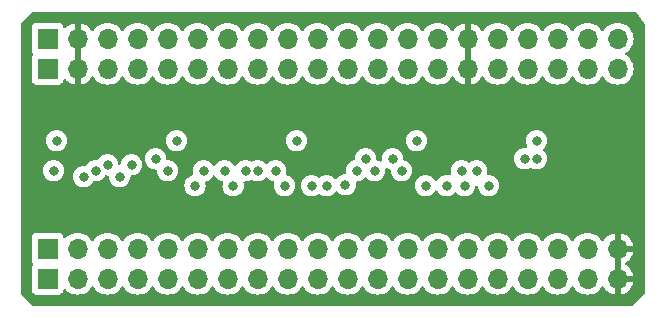
<source format=gbr>
%TF.GenerationSoftware,KiCad,Pcbnew,7.0.6*%
%TF.CreationDate,2023-07-11T11:54:07+09:00*%
%TF.ProjectId,TangNano5V,54616e67-4e61-46e6-9f35-562e6b696361,rev?*%
%TF.SameCoordinates,Original*%
%TF.FileFunction,Copper,L2,Inr*%
%TF.FilePolarity,Positive*%
%FSLAX46Y46*%
G04 Gerber Fmt 4.6, Leading zero omitted, Abs format (unit mm)*
G04 Created by KiCad (PCBNEW 7.0.6) date 2023-07-11 11:54:07*
%MOMM*%
%LPD*%
G01*
G04 APERTURE LIST*
%TA.AperFunction,ComponentPad*%
%ADD10O,1.700000X1.700000*%
%TD*%
%TA.AperFunction,ComponentPad*%
%ADD11R,1.700000X1.700000*%
%TD*%
%TA.AperFunction,ViaPad*%
%ADD12C,0.800000*%
%TD*%
G04 APERTURE END LIST*
D10*
%TO.N,PIN52*%
%TO.C,J2*%
X50800000Y-2540000D03*
%TO.N,PIN53*%
X48260000Y-2540000D03*
%TO.N,PIN71*%
X45720000Y-2540000D03*
%TO.N,PIN72*%
X43180000Y-2540000D03*
%TO.N,+3.3V*%
X40640000Y-2540000D03*
%TO.N,GND*%
X38100000Y-2540000D03*
%TO.N,PIN79*%
X35560000Y-2540000D03*
%TO.N,PIN86*%
X33020000Y-2540000D03*
%TO.N,PIN49*%
X30480000Y-2540000D03*
%TO.N,PIN55*%
X27940000Y-2540000D03*
%TO.N,PIN48*%
X25400000Y-2540000D03*
%TO.N,PIN51*%
X22860000Y-2540000D03*
%TO.N,PIN54*%
X20320000Y-2540000D03*
%TO.N,PIN56*%
X17780000Y-2540000D03*
%TO.N,PIN41*%
X15240000Y-2540000D03*
%TO.N,PIN42*%
X12700000Y-2540000D03*
%TO.N,PIN80*%
X10160000Y-2540000D03*
%TO.N,PIN76*%
X7620000Y-2540000D03*
%TO.N,GND*%
X5080000Y-2540000D03*
D11*
%TO.N,+5V*%
X2540000Y-2540000D03*
%TD*%
%TO.N,PIN73*%
%TO.C,J1*%
X2540000Y-22860000D03*
D10*
%TO.N,PIN74*%
X5080000Y-22860000D03*
%TO.N,PIN75*%
X7620000Y-22860000D03*
%TO.N,PIN85*%
X10160000Y-22860000D03*
%TO.N,PIN77*%
X12700000Y-22860000D03*
%TO.N,PIN15*%
X15240000Y-22860000D03*
%TO.N,PIN16*%
X17780000Y-22860000D03*
%TO.N,PIN27*%
X20320000Y-22860000D03*
%TO.N,PIN28*%
X22860000Y-22860000D03*
%TO.N,PIN25*%
X25400000Y-22860000D03*
%TO.N,PIN26*%
X27940000Y-22860000D03*
%TO.N,PIN29*%
X30480000Y-22860000D03*
%TO.N,PIN30*%
X33020000Y-22860000D03*
%TO.N,PIN31*%
X35560000Y-22860000D03*
%TO.N,PIN17*%
X38100000Y-22860000D03*
%TO.N,PIN20*%
X40640000Y-22860000D03*
%TO.N,PIN19*%
X43180000Y-22860000D03*
%TO.N,PIN18*%
X45720000Y-22860000D03*
%TO.N,+3.3V*%
X48260000Y-22860000D03*
%TO.N,GND*%
X50800000Y-22860000D03*
%TD*%
D11*
%TO.N,+5V*%
%TO.C,J4*%
X2540000Y-5080000D03*
D10*
%TO.N,GND*%
X5080000Y-5080000D03*
%TO.N,PIN76_H*%
X7620000Y-5080000D03*
%TO.N,PIN80_H*%
X10160000Y-5080000D03*
%TO.N,PIN42_H*%
X12700000Y-5080000D03*
%TO.N,PIN41_H*%
X15240000Y-5080000D03*
%TO.N,PIN56_H*%
X17780000Y-5080000D03*
%TO.N,PIN54_H*%
X20320000Y-5080000D03*
%TO.N,PIN51_H*%
X22860000Y-5080000D03*
%TO.N,PIN48_H*%
X25400000Y-5080000D03*
%TO.N,PIN55_H*%
X27940000Y-5080000D03*
%TO.N,PIN49_H*%
X30480000Y-5080000D03*
%TO.N,PIN86_H*%
X33020000Y-5080000D03*
%TO.N,PIN79_H*%
X35560000Y-5080000D03*
%TO.N,GND*%
X38100000Y-5080000D03*
%TO.N,+3.3V*%
X40640000Y-5080000D03*
%TO.N,PIN72_H*%
X43180000Y-5080000D03*
%TO.N,PIN71_H*%
X45720000Y-5080000D03*
%TO.N,PIN53_H*%
X48260000Y-5080000D03*
%TO.N,PIN52_H*%
X50800000Y-5080000D03*
%TD*%
D11*
%TO.N,PIN73_H*%
%TO.C,J3*%
X2540000Y-20320000D03*
D10*
%TO.N,PIN74_H*%
X5080000Y-20320000D03*
%TO.N,PIN75_H*%
X7620000Y-20320000D03*
%TO.N,PIN85_H*%
X10160000Y-20320000D03*
%TO.N,PIN77_H*%
X12700000Y-20320000D03*
%TO.N,PIN15_H*%
X15240000Y-20320000D03*
%TO.N,PIN16_H*%
X17780000Y-20320000D03*
%TO.N,PIN27_H*%
X20320000Y-20320000D03*
%TO.N,PIN28_H*%
X22860000Y-20320000D03*
%TO.N,PIN25_H*%
X25400000Y-20320000D03*
%TO.N,PIN26_H*%
X27940000Y-20320000D03*
%TO.N,PIN29_H*%
X30480000Y-20320000D03*
%TO.N,PIN30_H*%
X33020000Y-20320000D03*
%TO.N,PIN31_H*%
X35560000Y-20320000D03*
%TO.N,PIN17_H*%
X38100000Y-20320000D03*
%TO.N,PIN20_H*%
X40640000Y-20320000D03*
%TO.N,PIN19_H*%
X43180000Y-20320000D03*
%TO.N,PIN18_H*%
X45720000Y-20320000D03*
%TO.N,+3.3V*%
X48260000Y-20320000D03*
%TO.N,GND*%
X50800000Y-20320000D03*
%TD*%
D12*
%TO.N,PIN74*%
X3048000Y-13716000D03*
%TO.N,PIN75*%
X5588000Y-14224000D03*
%TO.N,PIN85*%
X6604000Y-13716000D03*
%TO.N,PIN77*%
X7620000Y-13208000D03*
%TO.N,PIN15*%
X11684000Y-12700000D03*
%TO.N,PIN16*%
X12700000Y-13716000D03*
%TO.N,PIN27*%
X15748000Y-13716000D03*
%TO.N,PIN28*%
X17526000Y-13716000D03*
%TO.N,PIN26*%
X22606000Y-14986000D03*
%TO.N,PIN25*%
X21844000Y-13716000D03*
%TO.N,PIN29*%
X24892000Y-14986000D03*
%TO.N,PIN30*%
X26162000Y-14986000D03*
%TO.N,PIN31*%
X31750000Y-12700000D03*
%TO.N,PIN17*%
X32512000Y-13716000D03*
%TO.N,PIN20*%
X34544000Y-14986000D03*
%TO.N,PIN19*%
X36322000Y-14986000D03*
%TO.N,PIN18*%
X37600598Y-13716000D03*
%TO.N,+3.3V*%
X43942000Y-11176000D03*
X33782000Y-11176000D03*
X3302000Y-11176000D03*
X13462000Y-11176000D03*
X23622000Y-11176000D03*
%TO.N,GND*%
X3302000Y-9144000D03*
X23622000Y-9144000D03*
X43942000Y-9144000D03*
X33782000Y-9144000D03*
X13462000Y-9144000D03*
X10668000Y-16764000D03*
X30988000Y-16764000D03*
X41148000Y-16764000D03*
X20828000Y-16764000D03*
%TO.N,PIN76_H*%
X8631701Y-14219701D03*
%TO.N,PIN80_H*%
X9652000Y-13208000D03*
%TO.N,PIN41_H*%
X15023500Y-14986000D03*
%TO.N,PIN56_H*%
X18250500Y-14986000D03*
%TO.N,PIN54_H*%
X19304000Y-13716000D03*
%TO.N,PIN51_H*%
X20320000Y-13716000D03*
%TO.N,PIN48_H*%
X27759149Y-14912850D03*
%TO.N,PIN55_H*%
X28702000Y-13716000D03*
%TO.N,PIN49_H*%
X29464000Y-12700000D03*
%TO.N,PIN86_H*%
X30226000Y-13716000D03*
%TO.N,PIN79_H*%
X37846000Y-14986000D03*
%TO.N,PIN72_H*%
X38862000Y-13716000D03*
%TO.N,PIN71_H*%
X39878000Y-14986000D03*
%TO.N,PIN53_H*%
X42926000Y-12700000D03*
%TO.N,PIN52_H*%
X43946299Y-12695701D03*
%TD*%
%TA.AperFunction,Conductor*%
%TO.N,GND*%
G36*
X51050000Y-22424498D02*
G01*
X50942315Y-22375320D01*
X50835763Y-22360000D01*
X50764237Y-22360000D01*
X50657685Y-22375320D01*
X50550000Y-22424498D01*
X50550000Y-20755501D01*
X50657685Y-20804680D01*
X50764237Y-20820000D01*
X50835763Y-20820000D01*
X50942315Y-20804680D01*
X51050000Y-20755501D01*
X51050000Y-22424498D01*
G37*
%TD.AperFunction*%
%TA.AperFunction,Conductor*%
G36*
X5330000Y-4644498D02*
G01*
X5222315Y-4595320D01*
X5115763Y-4580000D01*
X5044237Y-4580000D01*
X4937685Y-4595320D01*
X4830000Y-4644498D01*
X4830000Y-2975501D01*
X4937685Y-3024680D01*
X5044237Y-3040000D01*
X5115763Y-3040000D01*
X5222315Y-3024680D01*
X5330000Y-2975501D01*
X5330000Y-4644498D01*
G37*
%TD.AperFunction*%
%TA.AperFunction,Conductor*%
G36*
X38350000Y-4644498D02*
G01*
X38242315Y-4595320D01*
X38135763Y-4580000D01*
X38064237Y-4580000D01*
X37957685Y-4595320D01*
X37850000Y-4644498D01*
X37850000Y-2975501D01*
X37957685Y-3024680D01*
X38064237Y-3040000D01*
X38135763Y-3040000D01*
X38242315Y-3024680D01*
X38350000Y-2975501D01*
X38350000Y-4644498D01*
G37*
%TD.AperFunction*%
%TA.AperFunction,Conductor*%
G36*
X52329039Y-273685D02*
G01*
X52361200Y-303600D01*
X53061200Y-1236933D01*
X53085676Y-1302375D01*
X53086000Y-1311333D01*
X53086000Y-24078638D01*
X53066315Y-24145677D01*
X53049681Y-24166319D01*
X52106319Y-25109681D01*
X52044996Y-25143166D01*
X52018638Y-25146000D01*
X1321362Y-25146000D01*
X1254323Y-25126315D01*
X1233681Y-25109681D01*
X290319Y-24166319D01*
X256834Y-24104996D01*
X254000Y-24078638D01*
X254000Y-23757870D01*
X1189500Y-23757870D01*
X1189501Y-23757876D01*
X1195908Y-23817483D01*
X1246202Y-23952328D01*
X1246206Y-23952335D01*
X1332452Y-24067544D01*
X1332455Y-24067547D01*
X1447664Y-24153793D01*
X1447671Y-24153797D01*
X1582517Y-24204091D01*
X1582516Y-24204091D01*
X1589444Y-24204835D01*
X1642127Y-24210500D01*
X3437872Y-24210499D01*
X3497483Y-24204091D01*
X3632331Y-24153796D01*
X3747546Y-24067546D01*
X3833796Y-23952331D01*
X3882810Y-23820916D01*
X3924681Y-23764984D01*
X3990145Y-23740566D01*
X4058418Y-23755417D01*
X4086673Y-23776569D01*
X4208599Y-23898495D01*
X4305384Y-23966264D01*
X4402165Y-24034032D01*
X4402167Y-24034033D01*
X4402170Y-24034035D01*
X4616337Y-24133903D01*
X4844592Y-24195063D01*
X5021034Y-24210500D01*
X5079999Y-24215659D01*
X5080000Y-24215659D01*
X5080001Y-24215659D01*
X5138966Y-24210500D01*
X5315408Y-24195063D01*
X5543663Y-24133903D01*
X5757830Y-24034035D01*
X5951401Y-23898495D01*
X6118495Y-23731401D01*
X6248424Y-23545842D01*
X6303002Y-23502217D01*
X6372500Y-23495023D01*
X6434855Y-23526546D01*
X6451575Y-23545842D01*
X6581281Y-23731082D01*
X6581505Y-23731401D01*
X6748599Y-23898495D01*
X6845384Y-23966264D01*
X6942165Y-24034032D01*
X6942167Y-24034033D01*
X6942170Y-24034035D01*
X7156337Y-24133903D01*
X7384592Y-24195063D01*
X7561034Y-24210500D01*
X7619999Y-24215659D01*
X7620000Y-24215659D01*
X7620001Y-24215659D01*
X7678966Y-24210500D01*
X7855408Y-24195063D01*
X8083663Y-24133903D01*
X8297830Y-24034035D01*
X8491401Y-23898495D01*
X8658495Y-23731401D01*
X8788424Y-23545842D01*
X8843002Y-23502217D01*
X8912500Y-23495023D01*
X8974855Y-23526546D01*
X8991575Y-23545842D01*
X9121281Y-23731082D01*
X9121505Y-23731401D01*
X9288599Y-23898495D01*
X9385384Y-23966264D01*
X9482165Y-24034032D01*
X9482167Y-24034033D01*
X9482170Y-24034035D01*
X9696337Y-24133903D01*
X9924592Y-24195063D01*
X10101034Y-24210500D01*
X10159999Y-24215659D01*
X10160000Y-24215659D01*
X10160001Y-24215659D01*
X10218966Y-24210500D01*
X10395408Y-24195063D01*
X10623663Y-24133903D01*
X10837830Y-24034035D01*
X11031401Y-23898495D01*
X11198495Y-23731401D01*
X11328424Y-23545842D01*
X11383002Y-23502217D01*
X11452500Y-23495023D01*
X11514855Y-23526546D01*
X11531575Y-23545842D01*
X11661281Y-23731082D01*
X11661505Y-23731401D01*
X11828599Y-23898495D01*
X11925384Y-23966264D01*
X12022165Y-24034032D01*
X12022167Y-24034033D01*
X12022170Y-24034035D01*
X12236337Y-24133903D01*
X12464592Y-24195063D01*
X12641034Y-24210500D01*
X12699999Y-24215659D01*
X12700000Y-24215659D01*
X12700001Y-24215659D01*
X12758966Y-24210500D01*
X12935408Y-24195063D01*
X13163663Y-24133903D01*
X13377830Y-24034035D01*
X13571401Y-23898495D01*
X13738495Y-23731401D01*
X13868424Y-23545842D01*
X13923002Y-23502217D01*
X13992500Y-23495023D01*
X14054855Y-23526546D01*
X14071575Y-23545842D01*
X14201281Y-23731082D01*
X14201505Y-23731401D01*
X14368599Y-23898495D01*
X14465384Y-23966264D01*
X14562165Y-24034032D01*
X14562167Y-24034033D01*
X14562170Y-24034035D01*
X14776337Y-24133903D01*
X15004592Y-24195063D01*
X15181034Y-24210500D01*
X15239999Y-24215659D01*
X15240000Y-24215659D01*
X15240001Y-24215659D01*
X15298966Y-24210500D01*
X15475408Y-24195063D01*
X15703663Y-24133903D01*
X15917830Y-24034035D01*
X16111401Y-23898495D01*
X16278495Y-23731401D01*
X16408424Y-23545842D01*
X16463002Y-23502217D01*
X16532500Y-23495023D01*
X16594855Y-23526546D01*
X16611575Y-23545842D01*
X16741281Y-23731082D01*
X16741505Y-23731401D01*
X16908599Y-23898495D01*
X17005384Y-23966264D01*
X17102165Y-24034032D01*
X17102167Y-24034033D01*
X17102170Y-24034035D01*
X17316337Y-24133903D01*
X17544592Y-24195063D01*
X17721034Y-24210500D01*
X17779999Y-24215659D01*
X17780000Y-24215659D01*
X17780001Y-24215659D01*
X17838966Y-24210500D01*
X18015408Y-24195063D01*
X18243663Y-24133903D01*
X18457830Y-24034035D01*
X18651401Y-23898495D01*
X18818495Y-23731401D01*
X18948424Y-23545842D01*
X19003002Y-23502217D01*
X19072500Y-23495023D01*
X19134855Y-23526546D01*
X19151575Y-23545842D01*
X19281281Y-23731082D01*
X19281505Y-23731401D01*
X19448599Y-23898495D01*
X19545384Y-23966264D01*
X19642165Y-24034032D01*
X19642167Y-24034033D01*
X19642170Y-24034035D01*
X19856337Y-24133903D01*
X20084592Y-24195063D01*
X20261034Y-24210500D01*
X20319999Y-24215659D01*
X20320000Y-24215659D01*
X20320001Y-24215659D01*
X20378966Y-24210500D01*
X20555408Y-24195063D01*
X20783663Y-24133903D01*
X20997830Y-24034035D01*
X21191401Y-23898495D01*
X21358495Y-23731401D01*
X21488424Y-23545842D01*
X21543002Y-23502217D01*
X21612500Y-23495023D01*
X21674855Y-23526546D01*
X21691575Y-23545842D01*
X21821281Y-23731082D01*
X21821505Y-23731401D01*
X21988599Y-23898495D01*
X22085384Y-23966264D01*
X22182165Y-24034032D01*
X22182167Y-24034033D01*
X22182170Y-24034035D01*
X22396337Y-24133903D01*
X22624592Y-24195063D01*
X22801034Y-24210500D01*
X22859999Y-24215659D01*
X22860000Y-24215659D01*
X22860001Y-24215659D01*
X22918966Y-24210500D01*
X23095408Y-24195063D01*
X23323663Y-24133903D01*
X23537830Y-24034035D01*
X23731401Y-23898495D01*
X23898495Y-23731401D01*
X24028424Y-23545842D01*
X24083002Y-23502217D01*
X24152500Y-23495023D01*
X24214855Y-23526546D01*
X24231575Y-23545842D01*
X24361281Y-23731082D01*
X24361505Y-23731401D01*
X24528599Y-23898495D01*
X24625384Y-23966264D01*
X24722165Y-24034032D01*
X24722167Y-24034033D01*
X24722170Y-24034035D01*
X24936337Y-24133903D01*
X25164592Y-24195063D01*
X25341034Y-24210500D01*
X25399999Y-24215659D01*
X25400000Y-24215659D01*
X25400001Y-24215659D01*
X25458966Y-24210500D01*
X25635408Y-24195063D01*
X25863663Y-24133903D01*
X26077830Y-24034035D01*
X26271401Y-23898495D01*
X26438495Y-23731401D01*
X26568424Y-23545842D01*
X26623002Y-23502217D01*
X26692500Y-23495023D01*
X26754855Y-23526546D01*
X26771575Y-23545842D01*
X26901281Y-23731082D01*
X26901505Y-23731401D01*
X27068599Y-23898495D01*
X27165384Y-23966265D01*
X27262165Y-24034032D01*
X27262167Y-24034033D01*
X27262170Y-24034035D01*
X27476337Y-24133903D01*
X27704592Y-24195063D01*
X27881034Y-24210500D01*
X27939999Y-24215659D01*
X27940000Y-24215659D01*
X27940001Y-24215659D01*
X27998966Y-24210500D01*
X28175408Y-24195063D01*
X28403663Y-24133903D01*
X28617830Y-24034035D01*
X28811401Y-23898495D01*
X28978495Y-23731401D01*
X29108424Y-23545842D01*
X29163002Y-23502217D01*
X29232500Y-23495023D01*
X29294855Y-23526546D01*
X29311575Y-23545842D01*
X29441281Y-23731082D01*
X29441505Y-23731401D01*
X29608599Y-23898495D01*
X29705384Y-23966265D01*
X29802165Y-24034032D01*
X29802167Y-24034033D01*
X29802170Y-24034035D01*
X30016337Y-24133903D01*
X30244592Y-24195063D01*
X30421034Y-24210500D01*
X30479999Y-24215659D01*
X30480000Y-24215659D01*
X30480001Y-24215659D01*
X30538966Y-24210500D01*
X30715408Y-24195063D01*
X30943663Y-24133903D01*
X31157830Y-24034035D01*
X31351401Y-23898495D01*
X31518495Y-23731401D01*
X31648424Y-23545842D01*
X31703002Y-23502217D01*
X31772500Y-23495023D01*
X31834855Y-23526546D01*
X31851575Y-23545842D01*
X31981281Y-23731082D01*
X31981505Y-23731401D01*
X32148599Y-23898495D01*
X32245384Y-23966265D01*
X32342165Y-24034032D01*
X32342167Y-24034033D01*
X32342170Y-24034035D01*
X32556337Y-24133903D01*
X32784592Y-24195063D01*
X32961034Y-24210500D01*
X33019999Y-24215659D01*
X33020000Y-24215659D01*
X33020001Y-24215659D01*
X33078966Y-24210500D01*
X33255408Y-24195063D01*
X33483663Y-24133903D01*
X33697830Y-24034035D01*
X33891401Y-23898495D01*
X34058495Y-23731401D01*
X34188424Y-23545842D01*
X34243002Y-23502217D01*
X34312500Y-23495023D01*
X34374855Y-23526546D01*
X34391575Y-23545842D01*
X34521281Y-23731082D01*
X34521505Y-23731401D01*
X34688599Y-23898495D01*
X34785384Y-23966265D01*
X34882165Y-24034032D01*
X34882167Y-24034033D01*
X34882170Y-24034035D01*
X35096337Y-24133903D01*
X35324592Y-24195063D01*
X35501034Y-24210500D01*
X35559999Y-24215659D01*
X35560000Y-24215659D01*
X35560001Y-24215659D01*
X35618966Y-24210500D01*
X35795408Y-24195063D01*
X36023663Y-24133903D01*
X36237830Y-24034035D01*
X36431401Y-23898495D01*
X36598495Y-23731401D01*
X36728424Y-23545842D01*
X36783002Y-23502217D01*
X36852500Y-23495023D01*
X36914855Y-23526546D01*
X36931575Y-23545842D01*
X37061281Y-23731082D01*
X37061505Y-23731401D01*
X37228599Y-23898495D01*
X37325384Y-23966265D01*
X37422165Y-24034032D01*
X37422167Y-24034033D01*
X37422170Y-24034035D01*
X37636337Y-24133903D01*
X37864592Y-24195063D01*
X38041034Y-24210500D01*
X38099999Y-24215659D01*
X38100000Y-24215659D01*
X38100001Y-24215659D01*
X38158966Y-24210500D01*
X38335408Y-24195063D01*
X38563663Y-24133903D01*
X38777830Y-24034035D01*
X38971401Y-23898495D01*
X39138495Y-23731401D01*
X39268424Y-23545842D01*
X39323002Y-23502217D01*
X39392500Y-23495023D01*
X39454855Y-23526546D01*
X39471575Y-23545842D01*
X39601281Y-23731082D01*
X39601505Y-23731401D01*
X39768599Y-23898495D01*
X39865384Y-23966265D01*
X39962165Y-24034032D01*
X39962167Y-24034033D01*
X39962170Y-24034035D01*
X40176337Y-24133903D01*
X40404592Y-24195063D01*
X40581034Y-24210500D01*
X40639999Y-24215659D01*
X40640000Y-24215659D01*
X40640001Y-24215659D01*
X40698966Y-24210500D01*
X40875408Y-24195063D01*
X41103663Y-24133903D01*
X41317830Y-24034035D01*
X41511401Y-23898495D01*
X41678495Y-23731401D01*
X41808424Y-23545842D01*
X41863002Y-23502217D01*
X41932500Y-23495023D01*
X41994855Y-23526546D01*
X42011575Y-23545842D01*
X42141281Y-23731082D01*
X42141505Y-23731401D01*
X42308599Y-23898495D01*
X42405384Y-23966264D01*
X42502165Y-24034032D01*
X42502167Y-24034033D01*
X42502170Y-24034035D01*
X42716337Y-24133903D01*
X42944592Y-24195063D01*
X43121034Y-24210500D01*
X43179999Y-24215659D01*
X43180000Y-24215659D01*
X43180001Y-24215659D01*
X43238966Y-24210500D01*
X43415408Y-24195063D01*
X43643663Y-24133903D01*
X43857830Y-24034035D01*
X44051401Y-23898495D01*
X44218495Y-23731401D01*
X44348424Y-23545842D01*
X44403002Y-23502217D01*
X44472500Y-23495023D01*
X44534855Y-23526546D01*
X44551575Y-23545842D01*
X44681281Y-23731082D01*
X44681505Y-23731401D01*
X44848599Y-23898495D01*
X44945384Y-23966264D01*
X45042165Y-24034032D01*
X45042167Y-24034033D01*
X45042170Y-24034035D01*
X45256337Y-24133903D01*
X45484592Y-24195063D01*
X45661034Y-24210500D01*
X45719999Y-24215659D01*
X45720000Y-24215659D01*
X45720001Y-24215659D01*
X45778966Y-24210500D01*
X45955408Y-24195063D01*
X46183663Y-24133903D01*
X46397830Y-24034035D01*
X46591401Y-23898495D01*
X46758495Y-23731401D01*
X46888424Y-23545842D01*
X46943002Y-23502217D01*
X47012500Y-23495023D01*
X47074855Y-23526546D01*
X47091575Y-23545842D01*
X47221281Y-23731082D01*
X47221505Y-23731401D01*
X47388599Y-23898495D01*
X47485384Y-23966264D01*
X47582165Y-24034032D01*
X47582167Y-24034033D01*
X47582170Y-24034035D01*
X47796337Y-24133903D01*
X48024592Y-24195063D01*
X48201034Y-24210500D01*
X48259999Y-24215659D01*
X48260000Y-24215659D01*
X48260001Y-24215659D01*
X48318966Y-24210500D01*
X48495408Y-24195063D01*
X48723663Y-24133903D01*
X48937830Y-24034035D01*
X49131401Y-23898495D01*
X49298495Y-23731401D01*
X49428730Y-23545405D01*
X49483307Y-23501781D01*
X49552805Y-23494587D01*
X49615160Y-23526110D01*
X49631879Y-23545405D01*
X49761890Y-23731078D01*
X49928917Y-23898105D01*
X50122421Y-24033600D01*
X50336507Y-24133429D01*
X50336516Y-24133433D01*
X50550000Y-24190634D01*
X50550000Y-23295501D01*
X50657685Y-23344680D01*
X50764237Y-23360000D01*
X50835763Y-23360000D01*
X50942315Y-23344680D01*
X51049999Y-23295501D01*
X51049999Y-24190634D01*
X51263483Y-24133433D01*
X51263492Y-24133429D01*
X51477578Y-24033600D01*
X51671082Y-23898105D01*
X51838105Y-23731082D01*
X51973600Y-23537578D01*
X52073429Y-23323492D01*
X52073432Y-23323486D01*
X52130636Y-23110000D01*
X51233686Y-23110000D01*
X51259493Y-23069844D01*
X51300000Y-22931889D01*
X51300000Y-22788111D01*
X51259493Y-22650156D01*
X51233686Y-22610000D01*
X52130636Y-22610000D01*
X52130635Y-22609999D01*
X52073432Y-22396513D01*
X52073429Y-22396507D01*
X51973600Y-22182422D01*
X51973599Y-22182420D01*
X51838113Y-21988926D01*
X51838108Y-21988920D01*
X51671082Y-21821894D01*
X51484968Y-21691575D01*
X51441344Y-21636998D01*
X51434151Y-21567499D01*
X51465673Y-21505145D01*
X51484968Y-21488425D01*
X51671082Y-21358105D01*
X51838105Y-21191082D01*
X51973600Y-20997578D01*
X52073429Y-20783492D01*
X52073432Y-20783486D01*
X52130636Y-20570000D01*
X51233686Y-20570000D01*
X51259493Y-20529844D01*
X51300000Y-20391889D01*
X51300000Y-20248111D01*
X51259493Y-20110156D01*
X51233686Y-20070000D01*
X52130636Y-20070000D01*
X52130635Y-20069999D01*
X52073432Y-19856513D01*
X52073429Y-19856507D01*
X51973600Y-19642422D01*
X51973599Y-19642420D01*
X51838113Y-19448926D01*
X51838108Y-19448920D01*
X51671082Y-19281894D01*
X51477578Y-19146399D01*
X51263492Y-19046570D01*
X51263486Y-19046567D01*
X51049999Y-18989364D01*
X51049999Y-19884498D01*
X50942315Y-19835320D01*
X50835763Y-19820000D01*
X50764237Y-19820000D01*
X50657685Y-19835320D01*
X50550000Y-19884498D01*
X50550000Y-18989364D01*
X50549999Y-18989364D01*
X50336513Y-19046567D01*
X50336507Y-19046570D01*
X50122422Y-19146399D01*
X50122420Y-19146400D01*
X49928926Y-19281886D01*
X49928920Y-19281891D01*
X49761891Y-19448920D01*
X49761890Y-19448922D01*
X49631880Y-19634595D01*
X49577303Y-19678219D01*
X49507804Y-19685412D01*
X49445450Y-19653890D01*
X49428730Y-19634594D01*
X49298494Y-19448597D01*
X49131402Y-19281506D01*
X49131395Y-19281501D01*
X48937834Y-19145967D01*
X48937830Y-19145965D01*
X48937828Y-19145964D01*
X48723663Y-19046097D01*
X48723659Y-19046096D01*
X48723655Y-19046094D01*
X48495413Y-18984938D01*
X48495403Y-18984936D01*
X48260001Y-18964341D01*
X48259999Y-18964341D01*
X48024596Y-18984936D01*
X48024586Y-18984938D01*
X47796344Y-19046094D01*
X47796335Y-19046098D01*
X47582171Y-19145964D01*
X47582169Y-19145965D01*
X47388597Y-19281505D01*
X47221505Y-19448597D01*
X47091575Y-19634158D01*
X47036998Y-19677783D01*
X46967500Y-19684977D01*
X46905145Y-19653454D01*
X46888425Y-19634158D01*
X46758494Y-19448597D01*
X46591402Y-19281506D01*
X46591395Y-19281501D01*
X46397834Y-19145967D01*
X46397830Y-19145965D01*
X46397828Y-19145964D01*
X46183663Y-19046097D01*
X46183659Y-19046096D01*
X46183655Y-19046094D01*
X45955413Y-18984938D01*
X45955403Y-18984936D01*
X45720001Y-18964341D01*
X45719999Y-18964341D01*
X45484596Y-18984936D01*
X45484586Y-18984938D01*
X45256344Y-19046094D01*
X45256335Y-19046098D01*
X45042171Y-19145964D01*
X45042169Y-19145965D01*
X44848597Y-19281505D01*
X44681505Y-19448597D01*
X44551575Y-19634158D01*
X44496998Y-19677783D01*
X44427500Y-19684977D01*
X44365145Y-19653454D01*
X44348425Y-19634158D01*
X44218494Y-19448597D01*
X44051402Y-19281506D01*
X44051395Y-19281501D01*
X43857834Y-19145967D01*
X43857830Y-19145965D01*
X43857828Y-19145964D01*
X43643663Y-19046097D01*
X43643659Y-19046096D01*
X43643655Y-19046094D01*
X43415413Y-18984938D01*
X43415403Y-18984936D01*
X43180001Y-18964341D01*
X43179999Y-18964341D01*
X42944596Y-18984936D01*
X42944586Y-18984938D01*
X42716344Y-19046094D01*
X42716335Y-19046098D01*
X42502171Y-19145964D01*
X42502169Y-19145965D01*
X42308597Y-19281505D01*
X42141505Y-19448597D01*
X42011575Y-19634158D01*
X41956998Y-19677783D01*
X41887500Y-19684977D01*
X41825145Y-19653454D01*
X41808425Y-19634158D01*
X41678494Y-19448597D01*
X41511402Y-19281506D01*
X41511395Y-19281501D01*
X41317834Y-19145967D01*
X41317830Y-19145965D01*
X41317828Y-19145964D01*
X41103663Y-19046097D01*
X41103659Y-19046096D01*
X41103655Y-19046094D01*
X40875413Y-18984938D01*
X40875403Y-18984936D01*
X40640001Y-18964341D01*
X40639999Y-18964341D01*
X40404596Y-18984936D01*
X40404586Y-18984938D01*
X40176344Y-19046094D01*
X40176335Y-19046098D01*
X39962171Y-19145964D01*
X39962169Y-19145965D01*
X39768597Y-19281505D01*
X39601505Y-19448597D01*
X39471575Y-19634158D01*
X39416998Y-19677783D01*
X39347500Y-19684977D01*
X39285145Y-19653454D01*
X39268425Y-19634158D01*
X39138494Y-19448597D01*
X38971402Y-19281506D01*
X38971395Y-19281501D01*
X38777834Y-19145967D01*
X38777830Y-19145965D01*
X38777828Y-19145964D01*
X38563663Y-19046097D01*
X38563659Y-19046096D01*
X38563655Y-19046094D01*
X38335413Y-18984938D01*
X38335403Y-18984936D01*
X38100001Y-18964341D01*
X38099999Y-18964341D01*
X37864596Y-18984936D01*
X37864586Y-18984938D01*
X37636344Y-19046094D01*
X37636335Y-19046098D01*
X37422171Y-19145964D01*
X37422169Y-19145965D01*
X37228597Y-19281505D01*
X37061505Y-19448597D01*
X36931575Y-19634158D01*
X36876998Y-19677783D01*
X36807500Y-19684977D01*
X36745145Y-19653454D01*
X36728425Y-19634158D01*
X36598494Y-19448597D01*
X36431402Y-19281506D01*
X36431395Y-19281501D01*
X36237834Y-19145967D01*
X36237830Y-19145965D01*
X36237828Y-19145964D01*
X36023663Y-19046097D01*
X36023659Y-19046096D01*
X36023655Y-19046094D01*
X35795413Y-18984938D01*
X35795403Y-18984936D01*
X35560001Y-18964341D01*
X35559999Y-18964341D01*
X35324596Y-18984936D01*
X35324586Y-18984938D01*
X35096344Y-19046094D01*
X35096335Y-19046098D01*
X34882171Y-19145964D01*
X34882169Y-19145965D01*
X34688597Y-19281505D01*
X34521505Y-19448597D01*
X34391575Y-19634158D01*
X34336998Y-19677783D01*
X34267500Y-19684977D01*
X34205145Y-19653454D01*
X34188425Y-19634158D01*
X34058494Y-19448597D01*
X33891402Y-19281506D01*
X33891395Y-19281501D01*
X33697834Y-19145967D01*
X33697830Y-19145965D01*
X33697828Y-19145964D01*
X33483663Y-19046097D01*
X33483659Y-19046096D01*
X33483655Y-19046094D01*
X33255413Y-18984938D01*
X33255403Y-18984936D01*
X33020001Y-18964341D01*
X33019999Y-18964341D01*
X32784596Y-18984936D01*
X32784586Y-18984938D01*
X32556344Y-19046094D01*
X32556335Y-19046098D01*
X32342171Y-19145964D01*
X32342169Y-19145965D01*
X32148597Y-19281505D01*
X31981505Y-19448597D01*
X31851575Y-19634158D01*
X31796998Y-19677783D01*
X31727500Y-19684977D01*
X31665145Y-19653454D01*
X31648425Y-19634158D01*
X31518494Y-19448597D01*
X31351402Y-19281506D01*
X31351395Y-19281501D01*
X31157834Y-19145967D01*
X31157830Y-19145965D01*
X31157828Y-19145964D01*
X30943663Y-19046097D01*
X30943659Y-19046096D01*
X30943655Y-19046094D01*
X30715413Y-18984938D01*
X30715403Y-18984936D01*
X30480001Y-18964341D01*
X30479999Y-18964341D01*
X30244596Y-18984936D01*
X30244586Y-18984938D01*
X30016344Y-19046094D01*
X30016335Y-19046098D01*
X29802171Y-19145964D01*
X29802169Y-19145965D01*
X29608597Y-19281505D01*
X29441508Y-19448594D01*
X29311574Y-19634159D01*
X29256997Y-19677784D01*
X29187498Y-19684976D01*
X29125144Y-19653454D01*
X29108424Y-19634158D01*
X28978494Y-19448597D01*
X28811402Y-19281506D01*
X28811395Y-19281501D01*
X28617834Y-19145967D01*
X28617830Y-19145965D01*
X28617828Y-19145964D01*
X28403663Y-19046097D01*
X28403659Y-19046096D01*
X28403655Y-19046094D01*
X28175413Y-18984938D01*
X28175403Y-18984936D01*
X27940001Y-18964341D01*
X27939999Y-18964341D01*
X27704596Y-18984936D01*
X27704586Y-18984938D01*
X27476344Y-19046094D01*
X27476335Y-19046098D01*
X27262171Y-19145964D01*
X27262169Y-19145965D01*
X27068597Y-19281505D01*
X26901505Y-19448597D01*
X26771575Y-19634158D01*
X26716998Y-19677783D01*
X26647500Y-19684977D01*
X26585145Y-19653454D01*
X26568425Y-19634158D01*
X26438494Y-19448597D01*
X26271402Y-19281506D01*
X26271395Y-19281501D01*
X26077834Y-19145967D01*
X26077830Y-19145965D01*
X26077830Y-19145964D01*
X25863663Y-19046097D01*
X25863659Y-19046096D01*
X25863655Y-19046094D01*
X25635413Y-18984938D01*
X25635403Y-18984936D01*
X25400001Y-18964341D01*
X25399999Y-18964341D01*
X25164596Y-18984936D01*
X25164586Y-18984938D01*
X24936344Y-19046094D01*
X24936335Y-19046098D01*
X24722171Y-19145964D01*
X24722169Y-19145965D01*
X24528597Y-19281505D01*
X24361505Y-19448597D01*
X24231575Y-19634158D01*
X24176998Y-19677783D01*
X24107500Y-19684977D01*
X24045145Y-19653454D01*
X24028425Y-19634158D01*
X23898494Y-19448597D01*
X23731402Y-19281506D01*
X23731395Y-19281501D01*
X23537834Y-19145967D01*
X23537830Y-19145965D01*
X23537829Y-19145964D01*
X23323663Y-19046097D01*
X23323659Y-19046096D01*
X23323655Y-19046094D01*
X23095413Y-18984938D01*
X23095403Y-18984936D01*
X22860001Y-18964341D01*
X22859999Y-18964341D01*
X22624596Y-18984936D01*
X22624586Y-18984938D01*
X22396344Y-19046094D01*
X22396335Y-19046098D01*
X22182171Y-19145964D01*
X22182169Y-19145965D01*
X21988597Y-19281505D01*
X21821505Y-19448597D01*
X21691575Y-19634158D01*
X21636998Y-19677783D01*
X21567500Y-19684977D01*
X21505145Y-19653454D01*
X21488425Y-19634158D01*
X21358494Y-19448597D01*
X21191402Y-19281506D01*
X21191395Y-19281501D01*
X20997834Y-19145967D01*
X20997830Y-19145965D01*
X20997830Y-19145964D01*
X20783663Y-19046097D01*
X20783659Y-19046096D01*
X20783655Y-19046094D01*
X20555413Y-18984938D01*
X20555403Y-18984936D01*
X20320001Y-18964341D01*
X20319999Y-18964341D01*
X20084596Y-18984936D01*
X20084586Y-18984938D01*
X19856344Y-19046094D01*
X19856335Y-19046098D01*
X19642171Y-19145964D01*
X19642169Y-19145965D01*
X19448597Y-19281505D01*
X19281505Y-19448597D01*
X19151575Y-19634158D01*
X19096998Y-19677783D01*
X19027500Y-19684977D01*
X18965145Y-19653454D01*
X18948425Y-19634158D01*
X18818494Y-19448597D01*
X18651402Y-19281506D01*
X18651395Y-19281501D01*
X18457834Y-19145967D01*
X18457830Y-19145965D01*
X18457829Y-19145964D01*
X18243663Y-19046097D01*
X18243659Y-19046096D01*
X18243655Y-19046094D01*
X18015413Y-18984938D01*
X18015403Y-18984936D01*
X17780001Y-18964341D01*
X17779999Y-18964341D01*
X17544596Y-18984936D01*
X17544586Y-18984938D01*
X17316344Y-19046094D01*
X17316335Y-19046098D01*
X17102171Y-19145964D01*
X17102169Y-19145965D01*
X16908597Y-19281505D01*
X16741505Y-19448597D01*
X16611575Y-19634158D01*
X16556998Y-19677783D01*
X16487500Y-19684977D01*
X16425145Y-19653454D01*
X16408425Y-19634158D01*
X16278494Y-19448597D01*
X16111402Y-19281506D01*
X16111395Y-19281501D01*
X15917834Y-19145967D01*
X15917830Y-19145965D01*
X15917830Y-19145964D01*
X15703663Y-19046097D01*
X15703659Y-19046096D01*
X15703655Y-19046094D01*
X15475413Y-18984938D01*
X15475403Y-18984936D01*
X15240001Y-18964341D01*
X15239999Y-18964341D01*
X15004596Y-18984936D01*
X15004586Y-18984938D01*
X14776344Y-19046094D01*
X14776335Y-19046098D01*
X14562171Y-19145964D01*
X14562169Y-19145965D01*
X14368597Y-19281505D01*
X14201508Y-19448594D01*
X14071574Y-19634159D01*
X14016997Y-19677784D01*
X13947498Y-19684976D01*
X13885144Y-19653454D01*
X13868424Y-19634158D01*
X13738494Y-19448597D01*
X13571402Y-19281506D01*
X13571395Y-19281501D01*
X13377834Y-19145967D01*
X13377830Y-19145965D01*
X13377830Y-19145964D01*
X13163663Y-19046097D01*
X13163659Y-19046096D01*
X13163655Y-19046094D01*
X12935413Y-18984938D01*
X12935403Y-18984936D01*
X12700001Y-18964341D01*
X12699999Y-18964341D01*
X12464596Y-18984936D01*
X12464586Y-18984938D01*
X12236344Y-19046094D01*
X12236335Y-19046098D01*
X12022171Y-19145964D01*
X12022169Y-19145965D01*
X11828597Y-19281505D01*
X11661505Y-19448597D01*
X11531575Y-19634158D01*
X11476998Y-19677783D01*
X11407500Y-19684977D01*
X11345145Y-19653454D01*
X11328425Y-19634158D01*
X11198494Y-19448597D01*
X11031402Y-19281506D01*
X11031395Y-19281501D01*
X10837834Y-19145967D01*
X10837830Y-19145965D01*
X10837829Y-19145964D01*
X10623663Y-19046097D01*
X10623659Y-19046096D01*
X10623655Y-19046094D01*
X10395413Y-18984938D01*
X10395403Y-18984936D01*
X10160001Y-18964341D01*
X10159999Y-18964341D01*
X9924596Y-18984936D01*
X9924586Y-18984938D01*
X9696344Y-19046094D01*
X9696335Y-19046098D01*
X9482171Y-19145964D01*
X9482169Y-19145965D01*
X9288597Y-19281505D01*
X9121508Y-19448594D01*
X8991574Y-19634159D01*
X8936997Y-19677784D01*
X8867498Y-19684976D01*
X8805144Y-19653454D01*
X8788424Y-19634158D01*
X8658494Y-19448597D01*
X8491402Y-19281506D01*
X8491395Y-19281501D01*
X8297834Y-19145967D01*
X8297830Y-19145965D01*
X8297829Y-19145964D01*
X8083663Y-19046097D01*
X8083659Y-19046096D01*
X8083655Y-19046094D01*
X7855413Y-18984938D01*
X7855403Y-18984936D01*
X7620001Y-18964341D01*
X7619999Y-18964341D01*
X7384596Y-18984936D01*
X7384586Y-18984938D01*
X7156344Y-19046094D01*
X7156335Y-19046098D01*
X6942171Y-19145964D01*
X6942169Y-19145965D01*
X6748597Y-19281505D01*
X6581505Y-19448597D01*
X6451575Y-19634158D01*
X6396998Y-19677783D01*
X6327500Y-19684977D01*
X6265145Y-19653454D01*
X6248425Y-19634158D01*
X6118494Y-19448597D01*
X5951402Y-19281506D01*
X5951395Y-19281501D01*
X5757834Y-19145967D01*
X5757830Y-19145965D01*
X5757830Y-19145964D01*
X5543663Y-19046097D01*
X5543659Y-19046096D01*
X5543655Y-19046094D01*
X5315413Y-18984938D01*
X5315403Y-18984936D01*
X5080001Y-18964341D01*
X5079999Y-18964341D01*
X4844596Y-18984936D01*
X4844586Y-18984938D01*
X4616344Y-19046094D01*
X4616335Y-19046098D01*
X4402171Y-19145964D01*
X4402169Y-19145965D01*
X4208600Y-19281503D01*
X4086673Y-19403430D01*
X4025350Y-19436914D01*
X3955658Y-19431930D01*
X3899725Y-19390058D01*
X3882810Y-19359081D01*
X3833797Y-19227671D01*
X3833793Y-19227664D01*
X3747547Y-19112455D01*
X3747544Y-19112452D01*
X3632335Y-19026206D01*
X3632328Y-19026202D01*
X3497482Y-18975908D01*
X3497483Y-18975908D01*
X3437883Y-18969501D01*
X3437881Y-18969500D01*
X3437873Y-18969500D01*
X3437864Y-18969500D01*
X1642129Y-18969500D01*
X1642123Y-18969501D01*
X1582516Y-18975908D01*
X1447671Y-19026202D01*
X1447664Y-19026206D01*
X1332455Y-19112452D01*
X1332452Y-19112455D01*
X1246206Y-19227664D01*
X1246202Y-19227671D01*
X1195908Y-19362517D01*
X1189501Y-19422116D01*
X1189500Y-19422135D01*
X1189500Y-21217870D01*
X1189501Y-21217876D01*
X1195908Y-21277483D01*
X1246202Y-21412328D01*
X1246203Y-21412330D01*
X1323578Y-21515689D01*
X1347995Y-21581153D01*
X1333144Y-21649426D01*
X1323578Y-21664311D01*
X1246203Y-21767669D01*
X1246202Y-21767671D01*
X1195908Y-21902517D01*
X1189501Y-21962116D01*
X1189500Y-21962135D01*
X1189500Y-23757870D01*
X254000Y-23757870D01*
X254000Y-13716000D01*
X2142540Y-13716000D01*
X2162326Y-13904256D01*
X2162327Y-13904258D01*
X2162327Y-13904259D01*
X2220818Y-14084277D01*
X2220821Y-14084284D01*
X2315467Y-14248216D01*
X2373899Y-14313111D01*
X2442129Y-14388888D01*
X2595265Y-14500148D01*
X2595270Y-14500151D01*
X2768192Y-14577142D01*
X2768197Y-14577144D01*
X2953354Y-14616500D01*
X2953355Y-14616500D01*
X3142644Y-14616500D01*
X3142646Y-14616500D01*
X3327803Y-14577144D01*
X3500730Y-14500151D01*
X3653871Y-14388888D01*
X3780533Y-14248216D01*
X3794514Y-14224000D01*
X4682540Y-14224000D01*
X4702326Y-14412256D01*
X4702327Y-14412259D01*
X4760818Y-14592277D01*
X4760821Y-14592284D01*
X4855467Y-14756216D01*
X4978258Y-14892589D01*
X4982129Y-14896888D01*
X5135265Y-15008148D01*
X5135270Y-15008151D01*
X5308192Y-15085142D01*
X5308197Y-15085144D01*
X5493354Y-15124500D01*
X5493355Y-15124500D01*
X5682644Y-15124500D01*
X5682646Y-15124500D01*
X5867803Y-15085144D01*
X6040730Y-15008151D01*
X6193871Y-14896888D01*
X6320533Y-14756216D01*
X6367974Y-14674043D01*
X6418540Y-14625829D01*
X6487147Y-14612605D01*
X6501140Y-14614754D01*
X6509354Y-14616500D01*
X6698644Y-14616500D01*
X6698646Y-14616500D01*
X6883803Y-14577144D01*
X7056730Y-14500151D01*
X7209871Y-14388888D01*
X7336533Y-14248216D01*
X7383974Y-14166043D01*
X7434540Y-14117829D01*
X7503147Y-14104605D01*
X7517140Y-14106754D01*
X7525354Y-14108500D01*
X7602903Y-14108500D01*
X7669942Y-14128185D01*
X7715697Y-14180989D01*
X7726224Y-14219538D01*
X7726241Y-14219700D01*
X7726241Y-14219701D01*
X7746027Y-14407957D01*
X7746028Y-14407960D01*
X7804519Y-14587978D01*
X7804522Y-14587985D01*
X7899168Y-14751917D01*
X8025829Y-14892589D01*
X8025830Y-14892589D01*
X8178966Y-15003849D01*
X8178971Y-15003852D01*
X8351893Y-15080843D01*
X8351898Y-15080845D01*
X8537055Y-15120201D01*
X8537056Y-15120201D01*
X8726345Y-15120201D01*
X8726347Y-15120201D01*
X8911504Y-15080845D01*
X9084431Y-15003852D01*
X9109002Y-14986000D01*
X14118040Y-14986000D01*
X14137826Y-15174256D01*
X14137827Y-15174259D01*
X14196318Y-15354277D01*
X14196321Y-15354284D01*
X14290967Y-15518216D01*
X14353650Y-15587832D01*
X14417629Y-15658888D01*
X14570765Y-15770148D01*
X14570770Y-15770151D01*
X14743692Y-15847142D01*
X14743697Y-15847144D01*
X14928854Y-15886500D01*
X14928855Y-15886500D01*
X15118144Y-15886500D01*
X15118146Y-15886500D01*
X15303303Y-15847144D01*
X15476230Y-15770151D01*
X15629371Y-15658888D01*
X15756033Y-15518216D01*
X15850679Y-15354284D01*
X15909174Y-15174256D01*
X15928960Y-14986000D01*
X15909174Y-14797744D01*
X15892347Y-14745956D01*
X15890352Y-14676115D01*
X15926432Y-14616282D01*
X15984494Y-14586349D01*
X16027803Y-14577144D01*
X16027807Y-14577142D01*
X16027808Y-14577142D01*
X16086058Y-14551206D01*
X16200730Y-14500151D01*
X16353871Y-14388888D01*
X16480533Y-14248216D01*
X16529613Y-14163205D01*
X16580179Y-14114991D01*
X16648786Y-14101767D01*
X16713651Y-14127735D01*
X16744385Y-14163203D01*
X16776910Y-14219538D01*
X16793467Y-14248216D01*
X16920129Y-14388888D01*
X17073265Y-14500148D01*
X17073270Y-14500151D01*
X17246192Y-14577142D01*
X17246193Y-14577142D01*
X17246197Y-14577144D01*
X17289503Y-14586349D01*
X17350982Y-14619539D01*
X17384760Y-14680701D01*
X17381653Y-14745954D01*
X17364826Y-14797741D01*
X17354406Y-14896888D01*
X17345040Y-14986000D01*
X17364826Y-15174256D01*
X17364827Y-15174259D01*
X17423318Y-15354277D01*
X17423321Y-15354284D01*
X17517967Y-15518216D01*
X17580650Y-15587832D01*
X17644629Y-15658888D01*
X17797765Y-15770148D01*
X17797770Y-15770151D01*
X17970692Y-15847142D01*
X17970697Y-15847144D01*
X18155854Y-15886500D01*
X18155855Y-15886500D01*
X18345144Y-15886500D01*
X18345146Y-15886500D01*
X18530303Y-15847144D01*
X18703230Y-15770151D01*
X18856371Y-15658888D01*
X18983033Y-15518216D01*
X19077679Y-15354284D01*
X19136174Y-15174256D01*
X19155960Y-14986000D01*
X19136174Y-14797744D01*
X19130024Y-14778816D01*
X19128030Y-14708975D01*
X19164112Y-14649143D01*
X19226813Y-14618316D01*
X19247956Y-14616500D01*
X19398644Y-14616500D01*
X19398646Y-14616500D01*
X19583803Y-14577144D01*
X19756730Y-14500151D01*
X19756734Y-14500148D01*
X19761563Y-14497998D01*
X19830813Y-14488712D01*
X19862437Y-14497998D01*
X19867265Y-14500148D01*
X19867270Y-14500151D01*
X20040197Y-14577144D01*
X20225354Y-14616500D01*
X20225355Y-14616500D01*
X20414644Y-14616500D01*
X20414646Y-14616500D01*
X20599803Y-14577144D01*
X20772730Y-14500151D01*
X20925871Y-14388888D01*
X20989850Y-14317831D01*
X21049337Y-14281183D01*
X21119194Y-14282514D01*
X21174150Y-14317832D01*
X21238129Y-14388888D01*
X21391265Y-14500148D01*
X21391270Y-14500151D01*
X21564191Y-14577142D01*
X21564193Y-14577142D01*
X21564197Y-14577144D01*
X21642583Y-14593805D01*
X21704061Y-14626995D01*
X21737838Y-14688158D01*
X21734730Y-14753411D01*
X21720327Y-14797739D01*
X21720327Y-14797740D01*
X21720326Y-14797744D01*
X21700540Y-14986000D01*
X21720326Y-15174256D01*
X21720327Y-15174259D01*
X21778818Y-15354277D01*
X21778821Y-15354284D01*
X21873467Y-15518216D01*
X21936150Y-15587832D01*
X22000129Y-15658888D01*
X22153265Y-15770148D01*
X22153270Y-15770151D01*
X22326192Y-15847142D01*
X22326197Y-15847144D01*
X22511354Y-15886500D01*
X22511355Y-15886500D01*
X22700644Y-15886500D01*
X22700646Y-15886500D01*
X22885803Y-15847144D01*
X23058730Y-15770151D01*
X23211871Y-15658888D01*
X23338533Y-15518216D01*
X23433179Y-15354284D01*
X23491674Y-15174256D01*
X23511460Y-14986000D01*
X23986540Y-14986000D01*
X24006326Y-15174256D01*
X24006327Y-15174259D01*
X24064818Y-15354277D01*
X24064821Y-15354284D01*
X24159467Y-15518216D01*
X24222150Y-15587832D01*
X24286129Y-15658888D01*
X24439265Y-15770148D01*
X24439270Y-15770151D01*
X24612192Y-15847142D01*
X24612197Y-15847144D01*
X24797354Y-15886500D01*
X24797355Y-15886500D01*
X24986644Y-15886500D01*
X24986646Y-15886500D01*
X25171803Y-15847144D01*
X25344730Y-15770151D01*
X25454117Y-15690676D01*
X25519920Y-15667198D01*
X25587974Y-15683023D01*
X25599871Y-15690668D01*
X25709266Y-15770148D01*
X25709270Y-15770151D01*
X25882192Y-15847142D01*
X25882197Y-15847144D01*
X26067354Y-15886500D01*
X26067355Y-15886500D01*
X26256644Y-15886500D01*
X26256646Y-15886500D01*
X26441803Y-15847144D01*
X26614730Y-15770151D01*
X26767871Y-15658888D01*
X26894533Y-15518216D01*
X26894533Y-15518215D01*
X26898881Y-15513387D01*
X26900348Y-15514708D01*
X26948239Y-15477770D01*
X27017852Y-15471782D01*
X27079651Y-15504380D01*
X27085389Y-15510340D01*
X27123363Y-15552514D01*
X27153278Y-15585738D01*
X27306414Y-15696998D01*
X27306419Y-15697001D01*
X27479341Y-15773992D01*
X27479346Y-15773994D01*
X27664503Y-15813350D01*
X27664504Y-15813350D01*
X27853793Y-15813350D01*
X27853795Y-15813350D01*
X28038952Y-15773994D01*
X28211879Y-15697001D01*
X28365020Y-15585738D01*
X28491682Y-15445066D01*
X28586328Y-15281134D01*
X28644823Y-15101106D01*
X28656921Y-14986000D01*
X33638540Y-14986000D01*
X33658326Y-15174256D01*
X33658327Y-15174259D01*
X33716818Y-15354277D01*
X33716821Y-15354284D01*
X33811467Y-15518216D01*
X33874150Y-15587832D01*
X33938129Y-15658888D01*
X34091265Y-15770148D01*
X34091270Y-15770151D01*
X34264192Y-15847142D01*
X34264197Y-15847144D01*
X34449354Y-15886500D01*
X34449355Y-15886500D01*
X34638644Y-15886500D01*
X34638646Y-15886500D01*
X34823803Y-15847144D01*
X34996730Y-15770151D01*
X35149871Y-15658888D01*
X35276533Y-15518216D01*
X35325613Y-15433205D01*
X35376179Y-15384991D01*
X35444786Y-15371767D01*
X35509651Y-15397735D01*
X35540385Y-15433203D01*
X35566116Y-15477770D01*
X35589467Y-15518216D01*
X35716129Y-15658888D01*
X35869265Y-15770148D01*
X35869270Y-15770151D01*
X36042192Y-15847142D01*
X36042197Y-15847144D01*
X36227354Y-15886500D01*
X36227355Y-15886500D01*
X36416644Y-15886500D01*
X36416646Y-15886500D01*
X36601803Y-15847144D01*
X36774730Y-15770151D01*
X36927871Y-15658888D01*
X36991850Y-15587831D01*
X37051337Y-15551183D01*
X37121194Y-15552514D01*
X37176150Y-15587832D01*
X37240129Y-15658888D01*
X37393265Y-15770148D01*
X37393270Y-15770151D01*
X37566192Y-15847142D01*
X37566197Y-15847144D01*
X37751354Y-15886500D01*
X37751355Y-15886500D01*
X37940644Y-15886500D01*
X37940646Y-15886500D01*
X38125803Y-15847144D01*
X38298730Y-15770151D01*
X38451871Y-15658888D01*
X38578533Y-15518216D01*
X38673179Y-15354284D01*
X38731674Y-15174256D01*
X38738679Y-15107597D01*
X38765263Y-15042985D01*
X38822561Y-15003000D01*
X38892380Y-15000340D01*
X38952553Y-15035849D01*
X38983977Y-15098254D01*
X38985318Y-15107583D01*
X38992326Y-15174256D01*
X38992327Y-15174259D01*
X39050818Y-15354277D01*
X39050821Y-15354284D01*
X39145467Y-15518216D01*
X39208150Y-15587832D01*
X39272129Y-15658888D01*
X39425265Y-15770148D01*
X39425270Y-15770151D01*
X39598192Y-15847142D01*
X39598197Y-15847144D01*
X39783354Y-15886500D01*
X39783355Y-15886500D01*
X39972644Y-15886500D01*
X39972646Y-15886500D01*
X40157803Y-15847144D01*
X40330730Y-15770151D01*
X40483871Y-15658888D01*
X40610533Y-15518216D01*
X40705179Y-15354284D01*
X40763674Y-15174256D01*
X40783460Y-14986000D01*
X40763674Y-14797744D01*
X40705179Y-14617716D01*
X40610533Y-14453784D01*
X40483871Y-14313112D01*
X40472432Y-14304801D01*
X40330734Y-14201851D01*
X40330729Y-14201848D01*
X40157807Y-14124857D01*
X40157802Y-14124855D01*
X40005395Y-14092461D01*
X39972646Y-14085500D01*
X39859456Y-14085500D01*
X39792417Y-14065815D01*
X39746662Y-14013011D01*
X39736718Y-13943853D01*
X39741524Y-13923184D01*
X39743069Y-13918427D01*
X39747674Y-13904256D01*
X39767460Y-13716000D01*
X39747674Y-13527744D01*
X39689179Y-13347716D01*
X39594533Y-13183784D01*
X39467871Y-13043112D01*
X39435708Y-13019744D01*
X39314734Y-12931851D01*
X39314729Y-12931848D01*
X39141807Y-12854857D01*
X39141802Y-12854855D01*
X38964860Y-12817246D01*
X38956646Y-12815500D01*
X38767354Y-12815500D01*
X38759140Y-12817246D01*
X38582197Y-12854855D01*
X38582192Y-12854857D01*
X38409270Y-12931848D01*
X38409265Y-12931851D01*
X38304184Y-13008197D01*
X38238377Y-13031677D01*
X38170324Y-13015851D01*
X38158414Y-13008197D01*
X38053332Y-12931851D01*
X38053327Y-12931848D01*
X37880405Y-12854857D01*
X37880400Y-12854855D01*
X37703458Y-12817246D01*
X37695244Y-12815500D01*
X37505952Y-12815500D01*
X37497738Y-12817246D01*
X37320795Y-12854855D01*
X37320790Y-12854857D01*
X37147868Y-12931848D01*
X37147863Y-12931851D01*
X36994727Y-13043111D01*
X36868064Y-13183785D01*
X36773419Y-13347715D01*
X36773416Y-13347722D01*
X36729543Y-13482751D01*
X36714924Y-13527744D01*
X36695138Y-13716000D01*
X36714924Y-13904256D01*
X36714925Y-13904258D01*
X36714925Y-13904259D01*
X36733942Y-13962787D01*
X36735937Y-14032628D01*
X36699857Y-14092461D01*
X36637156Y-14123289D01*
X36590231Y-14122396D01*
X36523418Y-14108195D01*
X36416646Y-14085500D01*
X36227354Y-14085500D01*
X36194897Y-14092398D01*
X36042197Y-14124855D01*
X36042192Y-14124857D01*
X35869270Y-14201848D01*
X35869265Y-14201851D01*
X35716129Y-14313111D01*
X35589466Y-14453785D01*
X35540387Y-14538793D01*
X35489820Y-14587008D01*
X35421213Y-14600232D01*
X35356349Y-14574264D01*
X35325613Y-14538793D01*
X35302060Y-14497998D01*
X35276533Y-14453784D01*
X35149871Y-14313112D01*
X35138432Y-14304801D01*
X34996734Y-14201851D01*
X34996729Y-14201848D01*
X34823807Y-14124857D01*
X34823802Y-14124855D01*
X34671395Y-14092461D01*
X34638646Y-14085500D01*
X34449354Y-14085500D01*
X34416897Y-14092398D01*
X34264197Y-14124855D01*
X34264192Y-14124857D01*
X34091270Y-14201848D01*
X34091265Y-14201851D01*
X33938129Y-14313111D01*
X33811466Y-14453785D01*
X33716821Y-14617715D01*
X33716818Y-14617722D01*
X33658327Y-14797740D01*
X33658326Y-14797744D01*
X33638540Y-14986000D01*
X28656921Y-14986000D01*
X28664609Y-14912850D01*
X28647856Y-14753458D01*
X28660425Y-14684732D01*
X28708157Y-14633708D01*
X28771177Y-14616500D01*
X28796644Y-14616500D01*
X28796646Y-14616500D01*
X28981803Y-14577144D01*
X29154730Y-14500151D01*
X29307871Y-14388888D01*
X29371850Y-14317831D01*
X29431337Y-14281183D01*
X29501194Y-14282514D01*
X29556150Y-14317832D01*
X29620129Y-14388888D01*
X29773265Y-14500148D01*
X29773270Y-14500151D01*
X29946192Y-14577142D01*
X29946197Y-14577144D01*
X30131354Y-14616500D01*
X30131355Y-14616500D01*
X30320644Y-14616500D01*
X30320646Y-14616500D01*
X30505803Y-14577144D01*
X30678730Y-14500151D01*
X30831871Y-14388888D01*
X30958533Y-14248216D01*
X31053179Y-14084284D01*
X31111674Y-13904256D01*
X31131460Y-13716000D01*
X31120205Y-13608914D01*
X31132773Y-13540190D01*
X31180505Y-13489165D01*
X31248245Y-13472047D01*
X31293961Y-13482678D01*
X31470191Y-13561142D01*
X31470193Y-13561142D01*
X31470197Y-13561144D01*
X31510271Y-13569661D01*
X31571750Y-13602852D01*
X31605528Y-13664014D01*
X31607810Y-13703907D01*
X31606540Y-13715995D01*
X31606540Y-13715997D01*
X31606540Y-13716000D01*
X31626326Y-13904256D01*
X31626327Y-13904258D01*
X31626327Y-13904259D01*
X31684818Y-14084277D01*
X31684821Y-14084284D01*
X31779467Y-14248216D01*
X31837899Y-14313111D01*
X31906129Y-14388888D01*
X32059265Y-14500148D01*
X32059270Y-14500151D01*
X32232192Y-14577142D01*
X32232197Y-14577144D01*
X32417354Y-14616500D01*
X32417355Y-14616500D01*
X32606644Y-14616500D01*
X32606646Y-14616500D01*
X32791803Y-14577144D01*
X32964730Y-14500151D01*
X33117871Y-14388888D01*
X33244533Y-14248216D01*
X33339179Y-14084284D01*
X33397674Y-13904256D01*
X33417460Y-13716000D01*
X33397674Y-13527744D01*
X33339179Y-13347716D01*
X33244533Y-13183784D01*
X33117871Y-13043112D01*
X33085708Y-13019744D01*
X32964734Y-12931851D01*
X32964729Y-12931848D01*
X32791807Y-12854857D01*
X32791802Y-12854855D01*
X32751729Y-12846338D01*
X32690248Y-12813146D01*
X32656471Y-12751983D01*
X32654190Y-12712084D01*
X32655460Y-12700003D01*
X32655460Y-12700002D01*
X32655460Y-12700000D01*
X42020540Y-12700000D01*
X42040326Y-12888256D01*
X42040327Y-12888259D01*
X42098818Y-13068277D01*
X42098821Y-13068284D01*
X42193467Y-13232216D01*
X42311095Y-13362855D01*
X42320129Y-13372888D01*
X42473265Y-13484148D01*
X42473270Y-13484151D01*
X42646192Y-13561142D01*
X42646197Y-13561144D01*
X42831354Y-13600500D01*
X42831355Y-13600500D01*
X43020644Y-13600500D01*
X43020646Y-13600500D01*
X43205803Y-13561144D01*
X43367469Y-13489165D01*
X43384667Y-13481508D01*
X43385220Y-13482751D01*
X43446103Y-13467973D01*
X43490654Y-13478554D01*
X43493568Y-13479851D01*
X43493569Y-13479852D01*
X43499916Y-13482678D01*
X43666491Y-13556843D01*
X43666496Y-13556845D01*
X43851653Y-13596201D01*
X43851654Y-13596201D01*
X44040943Y-13596201D01*
X44040945Y-13596201D01*
X44226102Y-13556845D01*
X44399029Y-13479852D01*
X44552170Y-13368589D01*
X44678832Y-13227917D01*
X44773478Y-13063985D01*
X44831973Y-12883957D01*
X44851759Y-12695701D01*
X44831973Y-12507445D01*
X44773478Y-12327417D01*
X44678832Y-12163485D01*
X44552170Y-12022813D01*
X44552169Y-12022812D01*
X44547821Y-12017983D01*
X44549650Y-12016336D01*
X44518818Y-11966315D01*
X44520132Y-11896458D01*
X44546281Y-11850652D01*
X44547866Y-11848891D01*
X44547871Y-11848888D01*
X44674533Y-11708216D01*
X44769179Y-11544284D01*
X44827674Y-11364256D01*
X44847460Y-11176000D01*
X44827674Y-10987744D01*
X44769179Y-10807716D01*
X44674533Y-10643784D01*
X44547871Y-10503112D01*
X44547870Y-10503111D01*
X44394734Y-10391851D01*
X44394729Y-10391848D01*
X44221807Y-10314857D01*
X44221802Y-10314855D01*
X44076000Y-10283865D01*
X44036646Y-10275500D01*
X43847354Y-10275500D01*
X43814897Y-10282398D01*
X43662197Y-10314855D01*
X43662192Y-10314857D01*
X43489270Y-10391848D01*
X43489265Y-10391851D01*
X43336129Y-10503111D01*
X43209466Y-10643785D01*
X43114821Y-10807715D01*
X43114818Y-10807722D01*
X43056327Y-10987740D01*
X43056326Y-10987744D01*
X43036540Y-11176000D01*
X43056326Y-11364256D01*
X43056327Y-11364259D01*
X43114818Y-11544277D01*
X43114820Y-11544282D01*
X43156702Y-11616825D01*
X43173173Y-11684726D01*
X43150321Y-11750752D01*
X43095399Y-11793942D01*
X43025845Y-11800583D01*
X43023609Y-11800129D01*
X43020646Y-11799500D01*
X42831354Y-11799500D01*
X42798897Y-11806398D01*
X42646197Y-11838855D01*
X42646192Y-11838857D01*
X42473270Y-11915848D01*
X42473265Y-11915851D01*
X42320129Y-12027111D01*
X42193466Y-12167785D01*
X42098821Y-12331715D01*
X42098818Y-12331722D01*
X42068884Y-12423851D01*
X42040326Y-12511744D01*
X42020540Y-12700000D01*
X32655460Y-12700000D01*
X32652915Y-12675785D01*
X32635674Y-12511744D01*
X32577179Y-12331716D01*
X32482533Y-12167784D01*
X32355871Y-12027112D01*
X32343306Y-12017983D01*
X32202734Y-11915851D01*
X32202729Y-11915848D01*
X32029807Y-11838857D01*
X32029802Y-11838855D01*
X31884000Y-11807865D01*
X31844646Y-11799500D01*
X31655354Y-11799500D01*
X31622897Y-11806398D01*
X31470197Y-11838855D01*
X31470192Y-11838857D01*
X31297270Y-11915848D01*
X31297265Y-11915851D01*
X31144129Y-12027111D01*
X31017466Y-12167785D01*
X30922821Y-12331715D01*
X30922818Y-12331722D01*
X30892884Y-12423851D01*
X30864326Y-12511744D01*
X30844540Y-12700000D01*
X30855794Y-12807082D01*
X30843226Y-12875810D01*
X30795494Y-12926834D01*
X30727753Y-12943952D01*
X30682038Y-12933321D01*
X30505807Y-12854857D01*
X30505802Y-12854855D01*
X30465729Y-12846338D01*
X30404248Y-12813146D01*
X30370471Y-12751983D01*
X30368190Y-12712084D01*
X30369460Y-12700003D01*
X30369460Y-12700002D01*
X30366915Y-12675785D01*
X30349674Y-12511744D01*
X30291179Y-12331716D01*
X30196533Y-12167784D01*
X30069871Y-12027112D01*
X30057306Y-12017983D01*
X29916734Y-11915851D01*
X29916729Y-11915848D01*
X29743807Y-11838857D01*
X29743802Y-11838855D01*
X29598001Y-11807865D01*
X29558646Y-11799500D01*
X29369354Y-11799500D01*
X29336897Y-11806398D01*
X29184197Y-11838855D01*
X29184192Y-11838857D01*
X29011270Y-11915848D01*
X29011265Y-11915851D01*
X28858129Y-12027111D01*
X28731466Y-12167785D01*
X28636821Y-12331715D01*
X28636818Y-12331722D01*
X28606884Y-12423851D01*
X28578326Y-12511744D01*
X28561085Y-12675784D01*
X28558540Y-12700002D01*
X28559810Y-12712089D01*
X28547239Y-12780819D01*
X28499505Y-12831841D01*
X28462273Y-12846337D01*
X28430146Y-12853166D01*
X28422197Y-12854856D01*
X28422196Y-12854856D01*
X28422193Y-12854857D01*
X28422192Y-12854857D01*
X28249270Y-12931848D01*
X28249265Y-12931851D01*
X28096129Y-13043111D01*
X27969466Y-13183785D01*
X27874821Y-13347715D01*
X27874818Y-13347722D01*
X27830945Y-13482751D01*
X27816326Y-13527744D01*
X27802004Y-13664014D01*
X27796541Y-13715995D01*
X27796540Y-13716000D01*
X27813292Y-13875391D01*
X27800724Y-13944118D01*
X27752992Y-13995142D01*
X27689972Y-14012350D01*
X27664503Y-14012350D01*
X27632046Y-14019248D01*
X27479346Y-14051705D01*
X27479341Y-14051707D01*
X27306419Y-14128698D01*
X27306414Y-14128701D01*
X27153278Y-14239961D01*
X27022268Y-14385463D01*
X27020806Y-14384147D01*
X26972866Y-14421096D01*
X26903251Y-14427058D01*
X26841464Y-14394437D01*
X26835756Y-14388506D01*
X26767870Y-14313111D01*
X26614734Y-14201851D01*
X26614729Y-14201848D01*
X26441807Y-14124857D01*
X26441802Y-14124855D01*
X26289395Y-14092461D01*
X26256646Y-14085500D01*
X26067354Y-14085500D01*
X26034897Y-14092398D01*
X25882197Y-14124855D01*
X25882192Y-14124857D01*
X25709270Y-14201848D01*
X25709265Y-14201851D01*
X25599885Y-14281321D01*
X25534079Y-14304801D01*
X25466025Y-14288975D01*
X25454115Y-14281321D01*
X25344734Y-14201851D01*
X25344729Y-14201848D01*
X25171807Y-14124857D01*
X25171802Y-14124855D01*
X25019395Y-14092461D01*
X24986646Y-14085500D01*
X24797354Y-14085500D01*
X24764897Y-14092398D01*
X24612197Y-14124855D01*
X24612192Y-14124857D01*
X24439270Y-14201848D01*
X24439265Y-14201851D01*
X24286129Y-14313111D01*
X24159466Y-14453785D01*
X24064821Y-14617715D01*
X24064818Y-14617722D01*
X24006327Y-14797740D01*
X24006326Y-14797744D01*
X23986540Y-14986000D01*
X23511460Y-14986000D01*
X23491674Y-14797744D01*
X23433179Y-14617716D01*
X23338533Y-14453784D01*
X23211871Y-14313112D01*
X23200432Y-14304801D01*
X23058734Y-14201851D01*
X23058729Y-14201848D01*
X22885807Y-14124857D01*
X22885802Y-14124855D01*
X22807419Y-14108195D01*
X22745937Y-14075003D01*
X22712161Y-14013840D01*
X22715269Y-13948586D01*
X22729674Y-13904256D01*
X22749460Y-13716000D01*
X22729674Y-13527744D01*
X22671179Y-13347716D01*
X22576533Y-13183784D01*
X22449871Y-13043112D01*
X22417708Y-13019744D01*
X22296734Y-12931851D01*
X22296729Y-12931848D01*
X22123807Y-12854857D01*
X22123802Y-12854855D01*
X21946860Y-12817246D01*
X21938646Y-12815500D01*
X21749354Y-12815500D01*
X21741140Y-12817246D01*
X21564197Y-12854855D01*
X21564192Y-12854857D01*
X21391270Y-12931848D01*
X21391265Y-12931851D01*
X21238129Y-13043111D01*
X21238128Y-13043112D01*
X21174149Y-13114168D01*
X21114663Y-13150816D01*
X21044806Y-13149485D01*
X20989851Y-13114168D01*
X20925871Y-13043112D01*
X20925870Y-13043111D01*
X20772734Y-12931851D01*
X20772729Y-12931848D01*
X20599807Y-12854857D01*
X20599802Y-12854855D01*
X20422860Y-12817246D01*
X20414646Y-12815500D01*
X20225354Y-12815500D01*
X20217140Y-12817246D01*
X20040197Y-12854855D01*
X20040192Y-12854857D01*
X19862436Y-12934001D01*
X19793186Y-12943286D01*
X19761564Y-12934001D01*
X19583807Y-12854857D01*
X19583802Y-12854855D01*
X19406860Y-12817246D01*
X19398646Y-12815500D01*
X19209354Y-12815500D01*
X19201140Y-12817246D01*
X19024197Y-12854855D01*
X19024192Y-12854857D01*
X18851270Y-12931848D01*
X18851265Y-12931851D01*
X18698129Y-13043111D01*
X18571466Y-13183785D01*
X18522387Y-13268793D01*
X18471820Y-13317008D01*
X18403213Y-13330232D01*
X18338349Y-13304264D01*
X18307613Y-13268793D01*
X18264233Y-13193657D01*
X18258533Y-13183784D01*
X18131871Y-13043112D01*
X18099708Y-13019744D01*
X17978734Y-12931851D01*
X17978729Y-12931848D01*
X17805807Y-12854857D01*
X17805802Y-12854855D01*
X17628860Y-12817246D01*
X17620646Y-12815500D01*
X17431354Y-12815500D01*
X17423140Y-12817246D01*
X17246197Y-12854855D01*
X17246192Y-12854857D01*
X17073270Y-12931848D01*
X17073265Y-12931851D01*
X16920129Y-13043111D01*
X16793466Y-13183785D01*
X16744387Y-13268793D01*
X16693820Y-13317008D01*
X16625213Y-13330232D01*
X16560349Y-13304264D01*
X16529613Y-13268793D01*
X16486233Y-13193657D01*
X16480533Y-13183784D01*
X16353871Y-13043112D01*
X16321708Y-13019744D01*
X16200734Y-12931851D01*
X16200729Y-12931848D01*
X16027807Y-12854857D01*
X16027802Y-12854855D01*
X15850860Y-12817246D01*
X15842646Y-12815500D01*
X15653354Y-12815500D01*
X15645140Y-12817246D01*
X15468197Y-12854855D01*
X15468192Y-12854857D01*
X15295270Y-12931848D01*
X15295265Y-12931851D01*
X15142129Y-13043111D01*
X15015466Y-13183785D01*
X14920821Y-13347715D01*
X14920818Y-13347722D01*
X14876945Y-13482751D01*
X14862326Y-13527744D01*
X14848004Y-13664014D01*
X14842541Y-13715995D01*
X14842540Y-13716000D01*
X14862326Y-13904256D01*
X14862327Y-13904258D01*
X14862327Y-13904259D01*
X14879152Y-13956042D01*
X14881147Y-14025884D01*
X14845066Y-14085716D01*
X14787004Y-14115650D01*
X14743695Y-14124856D01*
X14743692Y-14124857D01*
X14570770Y-14201848D01*
X14570765Y-14201851D01*
X14417629Y-14313111D01*
X14290966Y-14453785D01*
X14196321Y-14617715D01*
X14196318Y-14617722D01*
X14137827Y-14797740D01*
X14137826Y-14797744D01*
X14118040Y-14986000D01*
X9109002Y-14986000D01*
X9237572Y-14892589D01*
X9364234Y-14751917D01*
X9458880Y-14587985D01*
X9517375Y-14407957D01*
X9537161Y-14219701D01*
X9537160Y-14219700D01*
X9537178Y-14219538D01*
X9563763Y-14154924D01*
X9621060Y-14114939D01*
X9660499Y-14108500D01*
X9746644Y-14108500D01*
X9746646Y-14108500D01*
X9931803Y-14069144D01*
X10104730Y-13992151D01*
X10257871Y-13880888D01*
X10384533Y-13740216D01*
X10479179Y-13576284D01*
X10537674Y-13396256D01*
X10557460Y-13208000D01*
X10537674Y-13019744D01*
X10479179Y-12839716D01*
X10398514Y-12700000D01*
X10778540Y-12700000D01*
X10798326Y-12888256D01*
X10798327Y-12888259D01*
X10856818Y-13068277D01*
X10856821Y-13068284D01*
X10951467Y-13232216D01*
X11069095Y-13362855D01*
X11078129Y-13372888D01*
X11231265Y-13484148D01*
X11231270Y-13484151D01*
X11404192Y-13561142D01*
X11404197Y-13561144D01*
X11589354Y-13600500D01*
X11589355Y-13600500D01*
X11670750Y-13600500D01*
X11737789Y-13620185D01*
X11783544Y-13672989D01*
X11794071Y-13711538D01*
X11794540Y-13715997D01*
X11794540Y-13716000D01*
X11814326Y-13904256D01*
X11814327Y-13904258D01*
X11814327Y-13904259D01*
X11872818Y-14084277D01*
X11872821Y-14084284D01*
X11967467Y-14248216D01*
X12025899Y-14313111D01*
X12094129Y-14388888D01*
X12247265Y-14500148D01*
X12247270Y-14500151D01*
X12420192Y-14577142D01*
X12420197Y-14577144D01*
X12605354Y-14616500D01*
X12605355Y-14616500D01*
X12794644Y-14616500D01*
X12794646Y-14616500D01*
X12979803Y-14577144D01*
X13152730Y-14500151D01*
X13305871Y-14388888D01*
X13432533Y-14248216D01*
X13527179Y-14084284D01*
X13585674Y-13904256D01*
X13605460Y-13716000D01*
X13585674Y-13527744D01*
X13527179Y-13347716D01*
X13432533Y-13183784D01*
X13305871Y-13043112D01*
X13273708Y-13019744D01*
X13152734Y-12931851D01*
X13152729Y-12931848D01*
X12979807Y-12854857D01*
X12979802Y-12854855D01*
X12802860Y-12817246D01*
X12794646Y-12815500D01*
X12713250Y-12815500D01*
X12646211Y-12795815D01*
X12600456Y-12743011D01*
X12589929Y-12704462D01*
X12586915Y-12675784D01*
X12569674Y-12511744D01*
X12511179Y-12331716D01*
X12416533Y-12167784D01*
X12289871Y-12027112D01*
X12277306Y-12017983D01*
X12136734Y-11915851D01*
X12136729Y-11915848D01*
X11963807Y-11838857D01*
X11963802Y-11838855D01*
X11818000Y-11807865D01*
X11778646Y-11799500D01*
X11589354Y-11799500D01*
X11556897Y-11806398D01*
X11404197Y-11838855D01*
X11404192Y-11838857D01*
X11231270Y-11915848D01*
X11231265Y-11915851D01*
X11078129Y-12027111D01*
X10951466Y-12167785D01*
X10856821Y-12331715D01*
X10856818Y-12331722D01*
X10826884Y-12423851D01*
X10798326Y-12511744D01*
X10778540Y-12700000D01*
X10398514Y-12700000D01*
X10384533Y-12675784D01*
X10257871Y-12535112D01*
X10225708Y-12511744D01*
X10104734Y-12423851D01*
X10104729Y-12423848D01*
X9931807Y-12346857D01*
X9931802Y-12346855D01*
X9786000Y-12315865D01*
X9746646Y-12307500D01*
X9557354Y-12307500D01*
X9524897Y-12314398D01*
X9372197Y-12346855D01*
X9372192Y-12346857D01*
X9199270Y-12423848D01*
X9199265Y-12423851D01*
X9046129Y-12535111D01*
X8919466Y-12675785D01*
X8824821Y-12839715D01*
X8824818Y-12839722D01*
X8770078Y-13008197D01*
X8766326Y-13019744D01*
X8765072Y-13031677D01*
X8759320Y-13086400D01*
X8732734Y-13151015D01*
X8675436Y-13190998D01*
X8605617Y-13193657D01*
X8545444Y-13158147D01*
X8514022Y-13095742D01*
X8512682Y-13086431D01*
X8505674Y-13019744D01*
X8447179Y-12839716D01*
X8352533Y-12675784D01*
X8225871Y-12535112D01*
X8193708Y-12511744D01*
X8072734Y-12423851D01*
X8072729Y-12423848D01*
X7899807Y-12346857D01*
X7899802Y-12346855D01*
X7754000Y-12315865D01*
X7714646Y-12307500D01*
X7525354Y-12307500D01*
X7492897Y-12314398D01*
X7340197Y-12346855D01*
X7340192Y-12346857D01*
X7167270Y-12423848D01*
X7167265Y-12423851D01*
X7014129Y-12535111D01*
X6887465Y-12675785D01*
X6840025Y-12757955D01*
X6789458Y-12806171D01*
X6720851Y-12819393D01*
X6706861Y-12817246D01*
X6703960Y-12816629D01*
X6698646Y-12815500D01*
X6509354Y-12815500D01*
X6501140Y-12817246D01*
X6324197Y-12854855D01*
X6324192Y-12854857D01*
X6151270Y-12931848D01*
X6151265Y-12931851D01*
X5998129Y-13043111D01*
X5871465Y-13183785D01*
X5824025Y-13265955D01*
X5773458Y-13314171D01*
X5704851Y-13327393D01*
X5690861Y-13325246D01*
X5686231Y-13324262D01*
X5682646Y-13323500D01*
X5493354Y-13323500D01*
X5475039Y-13327393D01*
X5308197Y-13362855D01*
X5308192Y-13362857D01*
X5135270Y-13439848D01*
X5135265Y-13439851D01*
X4982129Y-13551111D01*
X4855466Y-13691785D01*
X4760821Y-13855715D01*
X4760818Y-13855722D01*
X4703338Y-14032628D01*
X4702326Y-14035744D01*
X4682540Y-14224000D01*
X3794514Y-14224000D01*
X3875179Y-14084284D01*
X3933674Y-13904256D01*
X3953460Y-13716000D01*
X3933674Y-13527744D01*
X3875179Y-13347716D01*
X3780533Y-13183784D01*
X3653871Y-13043112D01*
X3621708Y-13019744D01*
X3500734Y-12931851D01*
X3500729Y-12931848D01*
X3327807Y-12854857D01*
X3327802Y-12854855D01*
X3150860Y-12817246D01*
X3142646Y-12815500D01*
X2953354Y-12815500D01*
X2945140Y-12817246D01*
X2768197Y-12854855D01*
X2768192Y-12854857D01*
X2595270Y-12931848D01*
X2595265Y-12931851D01*
X2442129Y-13043111D01*
X2315466Y-13183785D01*
X2220821Y-13347715D01*
X2220818Y-13347722D01*
X2176945Y-13482751D01*
X2162326Y-13527744D01*
X2142540Y-13716000D01*
X254000Y-13716000D01*
X254000Y-11176000D01*
X2396540Y-11176000D01*
X2416326Y-11364256D01*
X2416327Y-11364259D01*
X2474818Y-11544277D01*
X2474820Y-11544282D01*
X2474821Y-11544284D01*
X2569467Y-11708216D01*
X2651660Y-11799500D01*
X2696129Y-11848888D01*
X2849265Y-11960148D01*
X2849270Y-11960151D01*
X3022192Y-12037142D01*
X3022197Y-12037144D01*
X3207354Y-12076500D01*
X3207355Y-12076500D01*
X3396644Y-12076500D01*
X3396646Y-12076500D01*
X3581803Y-12037144D01*
X3754730Y-11960151D01*
X3907871Y-11848888D01*
X4034533Y-11708216D01*
X4129179Y-11544284D01*
X4187674Y-11364256D01*
X4207460Y-11176000D01*
X12556540Y-11176000D01*
X12576326Y-11364256D01*
X12576327Y-11364259D01*
X12634818Y-11544277D01*
X12634820Y-11544282D01*
X12634821Y-11544284D01*
X12729467Y-11708216D01*
X12811660Y-11799500D01*
X12856129Y-11848888D01*
X13009265Y-11960148D01*
X13009270Y-11960151D01*
X13182192Y-12037142D01*
X13182197Y-12037144D01*
X13367354Y-12076500D01*
X13367355Y-12076500D01*
X13556644Y-12076500D01*
X13556646Y-12076500D01*
X13741803Y-12037144D01*
X13914730Y-11960151D01*
X14067871Y-11848888D01*
X14194533Y-11708216D01*
X14289179Y-11544284D01*
X14347674Y-11364256D01*
X14367460Y-11176000D01*
X22716540Y-11176000D01*
X22736326Y-11364256D01*
X22736327Y-11364259D01*
X22794818Y-11544277D01*
X22794820Y-11544282D01*
X22794821Y-11544284D01*
X22889467Y-11708216D01*
X22971660Y-11799500D01*
X23016129Y-11848888D01*
X23169265Y-11960148D01*
X23169270Y-11960151D01*
X23342192Y-12037142D01*
X23342197Y-12037144D01*
X23527354Y-12076500D01*
X23527355Y-12076500D01*
X23716644Y-12076500D01*
X23716646Y-12076500D01*
X23901803Y-12037144D01*
X24074730Y-11960151D01*
X24227871Y-11848888D01*
X24354533Y-11708216D01*
X24449179Y-11544284D01*
X24507674Y-11364256D01*
X24527460Y-11176000D01*
X32876540Y-11176000D01*
X32896326Y-11364256D01*
X32896327Y-11364259D01*
X32954818Y-11544277D01*
X32954820Y-11544282D01*
X32954821Y-11544284D01*
X33049467Y-11708216D01*
X33131660Y-11799500D01*
X33176129Y-11848888D01*
X33329265Y-11960148D01*
X33329270Y-11960151D01*
X33502192Y-12037142D01*
X33502197Y-12037144D01*
X33687354Y-12076500D01*
X33687355Y-12076500D01*
X33876644Y-12076500D01*
X33876646Y-12076500D01*
X34061803Y-12037144D01*
X34234730Y-11960151D01*
X34387871Y-11848888D01*
X34514533Y-11708216D01*
X34609179Y-11544284D01*
X34667674Y-11364256D01*
X34687460Y-11176000D01*
X34667674Y-10987744D01*
X34609179Y-10807716D01*
X34514533Y-10643784D01*
X34387871Y-10503112D01*
X34387870Y-10503111D01*
X34234734Y-10391851D01*
X34234729Y-10391848D01*
X34061807Y-10314857D01*
X34061802Y-10314855D01*
X33916001Y-10283865D01*
X33876646Y-10275500D01*
X33687354Y-10275500D01*
X33654897Y-10282398D01*
X33502197Y-10314855D01*
X33502192Y-10314857D01*
X33329270Y-10391848D01*
X33329265Y-10391851D01*
X33176129Y-10503111D01*
X33049466Y-10643785D01*
X32954821Y-10807715D01*
X32954818Y-10807722D01*
X32896327Y-10987740D01*
X32896326Y-10987744D01*
X32876540Y-11176000D01*
X24527460Y-11176000D01*
X24507674Y-10987744D01*
X24449179Y-10807716D01*
X24354533Y-10643784D01*
X24227871Y-10503112D01*
X24227870Y-10503111D01*
X24074734Y-10391851D01*
X24074729Y-10391848D01*
X23901807Y-10314857D01*
X23901802Y-10314855D01*
X23756000Y-10283865D01*
X23716646Y-10275500D01*
X23527354Y-10275500D01*
X23494897Y-10282398D01*
X23342197Y-10314855D01*
X23342192Y-10314857D01*
X23169270Y-10391848D01*
X23169265Y-10391851D01*
X23016129Y-10503111D01*
X22889466Y-10643785D01*
X22794821Y-10807715D01*
X22794818Y-10807722D01*
X22736327Y-10987740D01*
X22736326Y-10987744D01*
X22716540Y-11176000D01*
X14367460Y-11176000D01*
X14347674Y-10987744D01*
X14289179Y-10807716D01*
X14194533Y-10643784D01*
X14067871Y-10503112D01*
X14067870Y-10503111D01*
X13914734Y-10391851D01*
X13914729Y-10391848D01*
X13741807Y-10314857D01*
X13741802Y-10314855D01*
X13596000Y-10283865D01*
X13556646Y-10275500D01*
X13367354Y-10275500D01*
X13334897Y-10282398D01*
X13182197Y-10314855D01*
X13182192Y-10314857D01*
X13009270Y-10391848D01*
X13009265Y-10391851D01*
X12856129Y-10503111D01*
X12729466Y-10643785D01*
X12634821Y-10807715D01*
X12634818Y-10807722D01*
X12576327Y-10987740D01*
X12576326Y-10987744D01*
X12556540Y-11176000D01*
X4207460Y-11176000D01*
X4187674Y-10987744D01*
X4129179Y-10807716D01*
X4034533Y-10643784D01*
X3907871Y-10503112D01*
X3907870Y-10503111D01*
X3754734Y-10391851D01*
X3754729Y-10391848D01*
X3581807Y-10314857D01*
X3581802Y-10314855D01*
X3436001Y-10283865D01*
X3396646Y-10275500D01*
X3207354Y-10275500D01*
X3174897Y-10282398D01*
X3022197Y-10314855D01*
X3022192Y-10314857D01*
X2849270Y-10391848D01*
X2849265Y-10391851D01*
X2696129Y-10503111D01*
X2569466Y-10643785D01*
X2474821Y-10807715D01*
X2474818Y-10807722D01*
X2416327Y-10987740D01*
X2416326Y-10987744D01*
X2396540Y-11176000D01*
X254000Y-11176000D01*
X254000Y-5977870D01*
X1189500Y-5977870D01*
X1189501Y-5977876D01*
X1195908Y-6037483D01*
X1246202Y-6172328D01*
X1246206Y-6172335D01*
X1332452Y-6287544D01*
X1332455Y-6287547D01*
X1447664Y-6373793D01*
X1447671Y-6373797D01*
X1582517Y-6424091D01*
X1582516Y-6424091D01*
X1589444Y-6424835D01*
X1642127Y-6430500D01*
X3437872Y-6430499D01*
X3497483Y-6424091D01*
X3632331Y-6373796D01*
X3747546Y-6287546D01*
X3833796Y-6172331D01*
X3883002Y-6040401D01*
X3924872Y-5984468D01*
X3990337Y-5960050D01*
X4058610Y-5974901D01*
X4086865Y-5996053D01*
X4208917Y-6118105D01*
X4402421Y-6253600D01*
X4616507Y-6353429D01*
X4616516Y-6353433D01*
X4830000Y-6410634D01*
X4830000Y-5515501D01*
X4937685Y-5564680D01*
X5044237Y-5580000D01*
X5115763Y-5580000D01*
X5222315Y-5564680D01*
X5330000Y-5515501D01*
X5330000Y-6410633D01*
X5543483Y-6353433D01*
X5543492Y-6353429D01*
X5757578Y-6253600D01*
X5951082Y-6118105D01*
X6118105Y-5951082D01*
X6248119Y-5765405D01*
X6302696Y-5721781D01*
X6372195Y-5714588D01*
X6434549Y-5746110D01*
X6451269Y-5765405D01*
X6581505Y-5951401D01*
X6748599Y-6118495D01*
X6845384Y-6186265D01*
X6942165Y-6254032D01*
X6942167Y-6254033D01*
X6942170Y-6254035D01*
X7156337Y-6353903D01*
X7384592Y-6415063D01*
X7561034Y-6430500D01*
X7619999Y-6435659D01*
X7620000Y-6435659D01*
X7620001Y-6435659D01*
X7678966Y-6430500D01*
X7855408Y-6415063D01*
X8083663Y-6353903D01*
X8297830Y-6254035D01*
X8491401Y-6118495D01*
X8658495Y-5951401D01*
X8788424Y-5765842D01*
X8843002Y-5722217D01*
X8912500Y-5715023D01*
X8974855Y-5746546D01*
X8991575Y-5765842D01*
X9121500Y-5951395D01*
X9121505Y-5951401D01*
X9288599Y-6118495D01*
X9385384Y-6186265D01*
X9482165Y-6254032D01*
X9482167Y-6254033D01*
X9482170Y-6254035D01*
X9696337Y-6353903D01*
X9924592Y-6415063D01*
X10101034Y-6430500D01*
X10159999Y-6435659D01*
X10160000Y-6435659D01*
X10160001Y-6435659D01*
X10218966Y-6430500D01*
X10395408Y-6415063D01*
X10623663Y-6353903D01*
X10837830Y-6254035D01*
X11031401Y-6118495D01*
X11198495Y-5951401D01*
X11328424Y-5765842D01*
X11383002Y-5722217D01*
X11452500Y-5715023D01*
X11514855Y-5746546D01*
X11531575Y-5765842D01*
X11661500Y-5951395D01*
X11661505Y-5951401D01*
X11828599Y-6118495D01*
X11925384Y-6186265D01*
X12022165Y-6254032D01*
X12022167Y-6254033D01*
X12022170Y-6254035D01*
X12236337Y-6353903D01*
X12464592Y-6415063D01*
X12641034Y-6430500D01*
X12699999Y-6435659D01*
X12700000Y-6435659D01*
X12700001Y-6435659D01*
X12758966Y-6430500D01*
X12935408Y-6415063D01*
X13163663Y-6353903D01*
X13377830Y-6254035D01*
X13571401Y-6118495D01*
X13738495Y-5951401D01*
X13868424Y-5765842D01*
X13923002Y-5722217D01*
X13992500Y-5715023D01*
X14054855Y-5746546D01*
X14071575Y-5765842D01*
X14201500Y-5951395D01*
X14201505Y-5951401D01*
X14368599Y-6118495D01*
X14465384Y-6186265D01*
X14562165Y-6254032D01*
X14562167Y-6254033D01*
X14562170Y-6254035D01*
X14776337Y-6353903D01*
X15004592Y-6415063D01*
X15181034Y-6430500D01*
X15239999Y-6435659D01*
X15240000Y-6435659D01*
X15240001Y-6435659D01*
X15298966Y-6430500D01*
X15475408Y-6415063D01*
X15703663Y-6353903D01*
X15917830Y-6254035D01*
X16111401Y-6118495D01*
X16278495Y-5951401D01*
X16408424Y-5765842D01*
X16463002Y-5722217D01*
X16532500Y-5715023D01*
X16594855Y-5746546D01*
X16611575Y-5765842D01*
X16741500Y-5951395D01*
X16741505Y-5951401D01*
X16908599Y-6118495D01*
X17005384Y-6186264D01*
X17102165Y-6254032D01*
X17102167Y-6254033D01*
X17102170Y-6254035D01*
X17316337Y-6353903D01*
X17544592Y-6415063D01*
X17721034Y-6430500D01*
X17779999Y-6435659D01*
X17780000Y-6435659D01*
X17780001Y-6435659D01*
X17838966Y-6430500D01*
X18015408Y-6415063D01*
X18243663Y-6353903D01*
X18457830Y-6254035D01*
X18651401Y-6118495D01*
X18818495Y-5951401D01*
X18948424Y-5765842D01*
X19003002Y-5722217D01*
X19072500Y-5715023D01*
X19134855Y-5746546D01*
X19151575Y-5765842D01*
X19281500Y-5951395D01*
X19281505Y-5951401D01*
X19448599Y-6118495D01*
X19545384Y-6186264D01*
X19642165Y-6254032D01*
X19642167Y-6254033D01*
X19642170Y-6254035D01*
X19856337Y-6353903D01*
X20084592Y-6415063D01*
X20261034Y-6430500D01*
X20319999Y-6435659D01*
X20320000Y-6435659D01*
X20320001Y-6435659D01*
X20378966Y-6430500D01*
X20555408Y-6415063D01*
X20783663Y-6353903D01*
X20997830Y-6254035D01*
X21191401Y-6118495D01*
X21358495Y-5951401D01*
X21488424Y-5765842D01*
X21543002Y-5722217D01*
X21612500Y-5715023D01*
X21674855Y-5746546D01*
X21691575Y-5765842D01*
X21821500Y-5951395D01*
X21821505Y-5951401D01*
X21988599Y-6118495D01*
X22085384Y-6186264D01*
X22182165Y-6254032D01*
X22182167Y-6254033D01*
X22182170Y-6254035D01*
X22396337Y-6353903D01*
X22624592Y-6415063D01*
X22801034Y-6430500D01*
X22859999Y-6435659D01*
X22860000Y-6435659D01*
X22860001Y-6435659D01*
X22918966Y-6430500D01*
X23095408Y-6415063D01*
X23323663Y-6353903D01*
X23537830Y-6254035D01*
X23731401Y-6118495D01*
X23898495Y-5951401D01*
X24028424Y-5765842D01*
X24083002Y-5722217D01*
X24152500Y-5715023D01*
X24214855Y-5746546D01*
X24231575Y-5765842D01*
X24361500Y-5951395D01*
X24361505Y-5951401D01*
X24528599Y-6118495D01*
X24625384Y-6186264D01*
X24722165Y-6254032D01*
X24722167Y-6254033D01*
X24722170Y-6254035D01*
X24936337Y-6353903D01*
X25164592Y-6415063D01*
X25341034Y-6430500D01*
X25399999Y-6435659D01*
X25400000Y-6435659D01*
X25400001Y-6435659D01*
X25458966Y-6430500D01*
X25635408Y-6415063D01*
X25863663Y-6353903D01*
X26077830Y-6254035D01*
X26271401Y-6118495D01*
X26438495Y-5951401D01*
X26568424Y-5765842D01*
X26623002Y-5722217D01*
X26692500Y-5715023D01*
X26754855Y-5746546D01*
X26771575Y-5765842D01*
X26901500Y-5951395D01*
X26901505Y-5951401D01*
X27068599Y-6118495D01*
X27165384Y-6186264D01*
X27262165Y-6254032D01*
X27262167Y-6254033D01*
X27262170Y-6254035D01*
X27476337Y-6353903D01*
X27704592Y-6415063D01*
X27881034Y-6430500D01*
X27939999Y-6435659D01*
X27940000Y-6435659D01*
X27940001Y-6435659D01*
X27998966Y-6430500D01*
X28175408Y-6415063D01*
X28403663Y-6353903D01*
X28617830Y-6254035D01*
X28811401Y-6118495D01*
X28978495Y-5951401D01*
X29108424Y-5765842D01*
X29163002Y-5722217D01*
X29232500Y-5715023D01*
X29294855Y-5746546D01*
X29311575Y-5765842D01*
X29441500Y-5951395D01*
X29441505Y-5951401D01*
X29608599Y-6118495D01*
X29705384Y-6186264D01*
X29802165Y-6254032D01*
X29802167Y-6254033D01*
X29802170Y-6254035D01*
X30016337Y-6353903D01*
X30244592Y-6415063D01*
X30421034Y-6430500D01*
X30479999Y-6435659D01*
X30480000Y-6435659D01*
X30480001Y-6435659D01*
X30538966Y-6430500D01*
X30715408Y-6415063D01*
X30943663Y-6353903D01*
X31157830Y-6254035D01*
X31351401Y-6118495D01*
X31518495Y-5951401D01*
X31648424Y-5765842D01*
X31703002Y-5722217D01*
X31772500Y-5715023D01*
X31834855Y-5746546D01*
X31851575Y-5765842D01*
X31981500Y-5951395D01*
X31981505Y-5951401D01*
X32148599Y-6118495D01*
X32245384Y-6186264D01*
X32342165Y-6254032D01*
X32342167Y-6254033D01*
X32342170Y-6254035D01*
X32556337Y-6353903D01*
X32784592Y-6415063D01*
X32961034Y-6430500D01*
X33019999Y-6435659D01*
X33020000Y-6435659D01*
X33020001Y-6435659D01*
X33078966Y-6430500D01*
X33255408Y-6415063D01*
X33483663Y-6353903D01*
X33697830Y-6254035D01*
X33891401Y-6118495D01*
X34058495Y-5951401D01*
X34188424Y-5765842D01*
X34243002Y-5722217D01*
X34312500Y-5715023D01*
X34374855Y-5746546D01*
X34391575Y-5765842D01*
X34521500Y-5951395D01*
X34521505Y-5951401D01*
X34688599Y-6118495D01*
X34785384Y-6186264D01*
X34882165Y-6254032D01*
X34882167Y-6254033D01*
X34882170Y-6254035D01*
X35096337Y-6353903D01*
X35324592Y-6415063D01*
X35501034Y-6430500D01*
X35559999Y-6435659D01*
X35560000Y-6435659D01*
X35560001Y-6435659D01*
X35618966Y-6430500D01*
X35795408Y-6415063D01*
X36023663Y-6353903D01*
X36237830Y-6254035D01*
X36431401Y-6118495D01*
X36598495Y-5951401D01*
X36728730Y-5765405D01*
X36783307Y-5721781D01*
X36852805Y-5714587D01*
X36915160Y-5746110D01*
X36931879Y-5765405D01*
X37061890Y-5951078D01*
X37228917Y-6118105D01*
X37422421Y-6253600D01*
X37636507Y-6353429D01*
X37636516Y-6353433D01*
X37850000Y-6410634D01*
X37850000Y-5515501D01*
X37957685Y-5564680D01*
X38064237Y-5580000D01*
X38135763Y-5580000D01*
X38242315Y-5564680D01*
X38350000Y-5515501D01*
X38350000Y-6410633D01*
X38563483Y-6353433D01*
X38563492Y-6353429D01*
X38777578Y-6253600D01*
X38971082Y-6118105D01*
X39138105Y-5951082D01*
X39268119Y-5765405D01*
X39322696Y-5721781D01*
X39392195Y-5714588D01*
X39454549Y-5746110D01*
X39471269Y-5765405D01*
X39601505Y-5951401D01*
X39768599Y-6118495D01*
X39865384Y-6186264D01*
X39962165Y-6254032D01*
X39962167Y-6254033D01*
X39962170Y-6254035D01*
X40176337Y-6353903D01*
X40404592Y-6415063D01*
X40581034Y-6430500D01*
X40639999Y-6435659D01*
X40640000Y-6435659D01*
X40640001Y-6435659D01*
X40698966Y-6430500D01*
X40875408Y-6415063D01*
X41103663Y-6353903D01*
X41317830Y-6254035D01*
X41511401Y-6118495D01*
X41678495Y-5951401D01*
X41808424Y-5765842D01*
X41863002Y-5722217D01*
X41932500Y-5715023D01*
X41994855Y-5746546D01*
X42011575Y-5765842D01*
X42141500Y-5951395D01*
X42141505Y-5951401D01*
X42308599Y-6118495D01*
X42405384Y-6186265D01*
X42502165Y-6254032D01*
X42502167Y-6254033D01*
X42502170Y-6254035D01*
X42716337Y-6353903D01*
X42944592Y-6415063D01*
X43121034Y-6430500D01*
X43179999Y-6435659D01*
X43180000Y-6435659D01*
X43180001Y-6435659D01*
X43238966Y-6430500D01*
X43415408Y-6415063D01*
X43643663Y-6353903D01*
X43857830Y-6254035D01*
X44051401Y-6118495D01*
X44218495Y-5951401D01*
X44348424Y-5765842D01*
X44403002Y-5722217D01*
X44472500Y-5715023D01*
X44534855Y-5746546D01*
X44551575Y-5765842D01*
X44681500Y-5951395D01*
X44681505Y-5951401D01*
X44848599Y-6118495D01*
X44945384Y-6186265D01*
X45042165Y-6254032D01*
X45042167Y-6254033D01*
X45042170Y-6254035D01*
X45256337Y-6353903D01*
X45484592Y-6415063D01*
X45661034Y-6430500D01*
X45719999Y-6435659D01*
X45720000Y-6435659D01*
X45720001Y-6435659D01*
X45778966Y-6430500D01*
X45955408Y-6415063D01*
X46183663Y-6353903D01*
X46397830Y-6254035D01*
X46591401Y-6118495D01*
X46758495Y-5951401D01*
X46888424Y-5765842D01*
X46943002Y-5722217D01*
X47012500Y-5715023D01*
X47074855Y-5746546D01*
X47091575Y-5765842D01*
X47221500Y-5951395D01*
X47221505Y-5951401D01*
X47388599Y-6118495D01*
X47485384Y-6186265D01*
X47582165Y-6254032D01*
X47582167Y-6254033D01*
X47582170Y-6254035D01*
X47796337Y-6353903D01*
X48024592Y-6415063D01*
X48201034Y-6430500D01*
X48259999Y-6435659D01*
X48260000Y-6435659D01*
X48260001Y-6435659D01*
X48318966Y-6430500D01*
X48495408Y-6415063D01*
X48723663Y-6353903D01*
X48937830Y-6254035D01*
X49131401Y-6118495D01*
X49298495Y-5951401D01*
X49428424Y-5765842D01*
X49483002Y-5722217D01*
X49552500Y-5715023D01*
X49614855Y-5746546D01*
X49631575Y-5765842D01*
X49761500Y-5951395D01*
X49761505Y-5951401D01*
X49928599Y-6118495D01*
X50025384Y-6186265D01*
X50122165Y-6254032D01*
X50122167Y-6254033D01*
X50122170Y-6254035D01*
X50336337Y-6353903D01*
X50564592Y-6415063D01*
X50741034Y-6430500D01*
X50799999Y-6435659D01*
X50800000Y-6435659D01*
X50800001Y-6435659D01*
X50858966Y-6430500D01*
X51035408Y-6415063D01*
X51263663Y-6353903D01*
X51477830Y-6254035D01*
X51671401Y-6118495D01*
X51838495Y-5951401D01*
X51974035Y-5757830D01*
X52073903Y-5543663D01*
X52135063Y-5315408D01*
X52155659Y-5080000D01*
X52135063Y-4844592D01*
X52073903Y-4616337D01*
X51974035Y-4402171D01*
X51968731Y-4394595D01*
X51838494Y-4208597D01*
X51671402Y-4041506D01*
X51671396Y-4041501D01*
X51485842Y-3911575D01*
X51442217Y-3856998D01*
X51435023Y-3787500D01*
X51466546Y-3725145D01*
X51485842Y-3708425D01*
X51594515Y-3632331D01*
X51671401Y-3578495D01*
X51838495Y-3411401D01*
X51974035Y-3217830D01*
X52073903Y-3003663D01*
X52135063Y-2775408D01*
X52155659Y-2540000D01*
X52135063Y-2304592D01*
X52073903Y-2076337D01*
X51974035Y-1862171D01*
X51968731Y-1854595D01*
X51838494Y-1668597D01*
X51671402Y-1501506D01*
X51671395Y-1501501D01*
X51477834Y-1365967D01*
X51477830Y-1365965D01*
X51477828Y-1365964D01*
X51263663Y-1266097D01*
X51263659Y-1266096D01*
X51263655Y-1266094D01*
X51035413Y-1204938D01*
X51035403Y-1204936D01*
X50800001Y-1184341D01*
X50799999Y-1184341D01*
X50564596Y-1204936D01*
X50564586Y-1204938D01*
X50336344Y-1266094D01*
X50336335Y-1266098D01*
X50122171Y-1365964D01*
X50122169Y-1365965D01*
X49928597Y-1501505D01*
X49761505Y-1668597D01*
X49631575Y-1854158D01*
X49576998Y-1897783D01*
X49507500Y-1904977D01*
X49445145Y-1873454D01*
X49428425Y-1854158D01*
X49298494Y-1668597D01*
X49131402Y-1501506D01*
X49131395Y-1501501D01*
X48937834Y-1365967D01*
X48937830Y-1365965D01*
X48937828Y-1365964D01*
X48723663Y-1266097D01*
X48723659Y-1266096D01*
X48723655Y-1266094D01*
X48495413Y-1204938D01*
X48495403Y-1204936D01*
X48260001Y-1184341D01*
X48259999Y-1184341D01*
X48024596Y-1204936D01*
X48024586Y-1204938D01*
X47796344Y-1266094D01*
X47796335Y-1266098D01*
X47582171Y-1365964D01*
X47582169Y-1365965D01*
X47388597Y-1501505D01*
X47221505Y-1668597D01*
X47091575Y-1854158D01*
X47036998Y-1897783D01*
X46967500Y-1904977D01*
X46905145Y-1873454D01*
X46888425Y-1854158D01*
X46758494Y-1668597D01*
X46591402Y-1501506D01*
X46591395Y-1501501D01*
X46397834Y-1365967D01*
X46397830Y-1365965D01*
X46397828Y-1365964D01*
X46183663Y-1266097D01*
X46183659Y-1266096D01*
X46183655Y-1266094D01*
X45955413Y-1204938D01*
X45955403Y-1204936D01*
X45720001Y-1184341D01*
X45719999Y-1184341D01*
X45484596Y-1204936D01*
X45484586Y-1204938D01*
X45256344Y-1266094D01*
X45256335Y-1266098D01*
X45042171Y-1365964D01*
X45042169Y-1365965D01*
X44848597Y-1501505D01*
X44681505Y-1668597D01*
X44551575Y-1854158D01*
X44496998Y-1897783D01*
X44427500Y-1904977D01*
X44365145Y-1873454D01*
X44348425Y-1854158D01*
X44218494Y-1668597D01*
X44051402Y-1501506D01*
X44051395Y-1501501D01*
X43857834Y-1365967D01*
X43857830Y-1365965D01*
X43857828Y-1365964D01*
X43643663Y-1266097D01*
X43643659Y-1266096D01*
X43643655Y-1266094D01*
X43415413Y-1204938D01*
X43415403Y-1204936D01*
X43180001Y-1184341D01*
X43179999Y-1184341D01*
X42944596Y-1204936D01*
X42944586Y-1204938D01*
X42716344Y-1266094D01*
X42716335Y-1266098D01*
X42502171Y-1365964D01*
X42502169Y-1365965D01*
X42308597Y-1501505D01*
X42141505Y-1668597D01*
X42011575Y-1854158D01*
X41956998Y-1897783D01*
X41887500Y-1904977D01*
X41825145Y-1873454D01*
X41808425Y-1854158D01*
X41678494Y-1668597D01*
X41511402Y-1501506D01*
X41511395Y-1501501D01*
X41317834Y-1365967D01*
X41317830Y-1365965D01*
X41317828Y-1365964D01*
X41103663Y-1266097D01*
X41103659Y-1266096D01*
X41103655Y-1266094D01*
X40875413Y-1204938D01*
X40875403Y-1204936D01*
X40640001Y-1184341D01*
X40639999Y-1184341D01*
X40404596Y-1204936D01*
X40404586Y-1204938D01*
X40176344Y-1266094D01*
X40176335Y-1266098D01*
X39962171Y-1365964D01*
X39962169Y-1365965D01*
X39768597Y-1501505D01*
X39601508Y-1668594D01*
X39471269Y-1854595D01*
X39416692Y-1898219D01*
X39347193Y-1905412D01*
X39284839Y-1873890D01*
X39268119Y-1854594D01*
X39138113Y-1668926D01*
X39138108Y-1668920D01*
X38971082Y-1501894D01*
X38777578Y-1366399D01*
X38563492Y-1266570D01*
X38563486Y-1266567D01*
X38350000Y-1209364D01*
X38350000Y-2104498D01*
X38242315Y-2055320D01*
X38135763Y-2040000D01*
X38064237Y-2040000D01*
X37957685Y-2055320D01*
X37850000Y-2104498D01*
X37850000Y-1209364D01*
X37849999Y-1209364D01*
X37636513Y-1266567D01*
X37636507Y-1266570D01*
X37422422Y-1366399D01*
X37422420Y-1366400D01*
X37228926Y-1501886D01*
X37228920Y-1501891D01*
X37061891Y-1668920D01*
X37061890Y-1668922D01*
X36931880Y-1854595D01*
X36877303Y-1898219D01*
X36807804Y-1905412D01*
X36745450Y-1873890D01*
X36728730Y-1854594D01*
X36598494Y-1668597D01*
X36431402Y-1501506D01*
X36431395Y-1501501D01*
X36237834Y-1365967D01*
X36237830Y-1365965D01*
X36237828Y-1365964D01*
X36023663Y-1266097D01*
X36023659Y-1266096D01*
X36023655Y-1266094D01*
X35795413Y-1204938D01*
X35795403Y-1204936D01*
X35560001Y-1184341D01*
X35559999Y-1184341D01*
X35324596Y-1204936D01*
X35324586Y-1204938D01*
X35096344Y-1266094D01*
X35096335Y-1266098D01*
X34882171Y-1365964D01*
X34882169Y-1365965D01*
X34688597Y-1501505D01*
X34521505Y-1668597D01*
X34391575Y-1854158D01*
X34336998Y-1897783D01*
X34267500Y-1904977D01*
X34205145Y-1873454D01*
X34188425Y-1854158D01*
X34058494Y-1668597D01*
X33891402Y-1501506D01*
X33891395Y-1501501D01*
X33697834Y-1365967D01*
X33697830Y-1365965D01*
X33697828Y-1365964D01*
X33483663Y-1266097D01*
X33483659Y-1266096D01*
X33483655Y-1266094D01*
X33255413Y-1204938D01*
X33255403Y-1204936D01*
X33020001Y-1184341D01*
X33019999Y-1184341D01*
X32784596Y-1204936D01*
X32784586Y-1204938D01*
X32556344Y-1266094D01*
X32556335Y-1266098D01*
X32342171Y-1365964D01*
X32342169Y-1365965D01*
X32148597Y-1501505D01*
X31981505Y-1668597D01*
X31851575Y-1854158D01*
X31796998Y-1897783D01*
X31727500Y-1904977D01*
X31665145Y-1873454D01*
X31648425Y-1854158D01*
X31518494Y-1668597D01*
X31351402Y-1501506D01*
X31351395Y-1501501D01*
X31157834Y-1365967D01*
X31157830Y-1365965D01*
X31157829Y-1365964D01*
X30943663Y-1266097D01*
X30943659Y-1266096D01*
X30943655Y-1266094D01*
X30715413Y-1204938D01*
X30715403Y-1204936D01*
X30480001Y-1184341D01*
X30479999Y-1184341D01*
X30244596Y-1204936D01*
X30244586Y-1204938D01*
X30016344Y-1266094D01*
X30016335Y-1266098D01*
X29802171Y-1365964D01*
X29802169Y-1365965D01*
X29608597Y-1501505D01*
X29441508Y-1668594D01*
X29311574Y-1854159D01*
X29256997Y-1897784D01*
X29187498Y-1904976D01*
X29125144Y-1873454D01*
X29108424Y-1854158D01*
X28978494Y-1668597D01*
X28811402Y-1501506D01*
X28811395Y-1501501D01*
X28617834Y-1365967D01*
X28617830Y-1365965D01*
X28617829Y-1365964D01*
X28403663Y-1266097D01*
X28403659Y-1266096D01*
X28403655Y-1266094D01*
X28175413Y-1204938D01*
X28175403Y-1204936D01*
X27940001Y-1184341D01*
X27939999Y-1184341D01*
X27704596Y-1204936D01*
X27704586Y-1204938D01*
X27476344Y-1266094D01*
X27476335Y-1266098D01*
X27262171Y-1365964D01*
X27262169Y-1365965D01*
X27068597Y-1501505D01*
X26901505Y-1668597D01*
X26771575Y-1854158D01*
X26716998Y-1897783D01*
X26647500Y-1904977D01*
X26585145Y-1873454D01*
X26568425Y-1854158D01*
X26438494Y-1668597D01*
X26271402Y-1501506D01*
X26271395Y-1501501D01*
X26077834Y-1365967D01*
X26077830Y-1365965D01*
X26077830Y-1365964D01*
X25863663Y-1266097D01*
X25863659Y-1266096D01*
X25863655Y-1266094D01*
X25635413Y-1204938D01*
X25635403Y-1204936D01*
X25400001Y-1184341D01*
X25399999Y-1184341D01*
X25164596Y-1204936D01*
X25164586Y-1204938D01*
X24936344Y-1266094D01*
X24936335Y-1266098D01*
X24722171Y-1365964D01*
X24722169Y-1365965D01*
X24528597Y-1501505D01*
X24361505Y-1668597D01*
X24231575Y-1854158D01*
X24176998Y-1897783D01*
X24107500Y-1904977D01*
X24045145Y-1873454D01*
X24028425Y-1854158D01*
X23898494Y-1668597D01*
X23731402Y-1501506D01*
X23731395Y-1501501D01*
X23537834Y-1365967D01*
X23537830Y-1365965D01*
X23537829Y-1365964D01*
X23323663Y-1266097D01*
X23323659Y-1266096D01*
X23323655Y-1266094D01*
X23095413Y-1204938D01*
X23095403Y-1204936D01*
X22860001Y-1184341D01*
X22859999Y-1184341D01*
X22624596Y-1204936D01*
X22624586Y-1204938D01*
X22396344Y-1266094D01*
X22396335Y-1266098D01*
X22182171Y-1365964D01*
X22182169Y-1365965D01*
X21988597Y-1501505D01*
X21821505Y-1668597D01*
X21691575Y-1854158D01*
X21636998Y-1897783D01*
X21567500Y-1904977D01*
X21505145Y-1873454D01*
X21488425Y-1854158D01*
X21358494Y-1668597D01*
X21191402Y-1501506D01*
X21191395Y-1501501D01*
X20997834Y-1365967D01*
X20997830Y-1365965D01*
X20997830Y-1365964D01*
X20783663Y-1266097D01*
X20783659Y-1266096D01*
X20783655Y-1266094D01*
X20555413Y-1204938D01*
X20555403Y-1204936D01*
X20320001Y-1184341D01*
X20319999Y-1184341D01*
X20084596Y-1204936D01*
X20084586Y-1204938D01*
X19856344Y-1266094D01*
X19856335Y-1266098D01*
X19642171Y-1365964D01*
X19642169Y-1365965D01*
X19448597Y-1501505D01*
X19281505Y-1668597D01*
X19151575Y-1854158D01*
X19096998Y-1897783D01*
X19027500Y-1904977D01*
X18965145Y-1873454D01*
X18948425Y-1854158D01*
X18818494Y-1668597D01*
X18651402Y-1501506D01*
X18651395Y-1501501D01*
X18457834Y-1365967D01*
X18457830Y-1365965D01*
X18457829Y-1365964D01*
X18243663Y-1266097D01*
X18243659Y-1266096D01*
X18243655Y-1266094D01*
X18015413Y-1204938D01*
X18015403Y-1204936D01*
X17780001Y-1184341D01*
X17779999Y-1184341D01*
X17544596Y-1204936D01*
X17544586Y-1204938D01*
X17316344Y-1266094D01*
X17316335Y-1266098D01*
X17102171Y-1365964D01*
X17102169Y-1365965D01*
X16908597Y-1501505D01*
X16741508Y-1668594D01*
X16611574Y-1854159D01*
X16556997Y-1897784D01*
X16487498Y-1904976D01*
X16425144Y-1873454D01*
X16408424Y-1854158D01*
X16278494Y-1668597D01*
X16111402Y-1501506D01*
X16111395Y-1501501D01*
X15917834Y-1365967D01*
X15917830Y-1365965D01*
X15917828Y-1365964D01*
X15703663Y-1266097D01*
X15703659Y-1266096D01*
X15703655Y-1266094D01*
X15475413Y-1204938D01*
X15475403Y-1204936D01*
X15240001Y-1184341D01*
X15239999Y-1184341D01*
X15004596Y-1204936D01*
X15004586Y-1204938D01*
X14776344Y-1266094D01*
X14776335Y-1266098D01*
X14562171Y-1365964D01*
X14562169Y-1365965D01*
X14368597Y-1501505D01*
X14201505Y-1668597D01*
X14071575Y-1854158D01*
X14016998Y-1897783D01*
X13947500Y-1904977D01*
X13885145Y-1873454D01*
X13868425Y-1854158D01*
X13738494Y-1668597D01*
X13571402Y-1501506D01*
X13571395Y-1501501D01*
X13377834Y-1365967D01*
X13377830Y-1365965D01*
X13377828Y-1365964D01*
X13163663Y-1266097D01*
X13163659Y-1266096D01*
X13163655Y-1266094D01*
X12935413Y-1204938D01*
X12935403Y-1204936D01*
X12700001Y-1184341D01*
X12699999Y-1184341D01*
X12464596Y-1204936D01*
X12464586Y-1204938D01*
X12236344Y-1266094D01*
X12236335Y-1266098D01*
X12022171Y-1365964D01*
X12022169Y-1365965D01*
X11828597Y-1501505D01*
X11661508Y-1668594D01*
X11531574Y-1854159D01*
X11476997Y-1897784D01*
X11407498Y-1904976D01*
X11345144Y-1873454D01*
X11328424Y-1854158D01*
X11198494Y-1668597D01*
X11031402Y-1501506D01*
X11031395Y-1501501D01*
X10837834Y-1365967D01*
X10837830Y-1365965D01*
X10837828Y-1365964D01*
X10623663Y-1266097D01*
X10623659Y-1266096D01*
X10623655Y-1266094D01*
X10395413Y-1204938D01*
X10395403Y-1204936D01*
X10160001Y-1184341D01*
X10159999Y-1184341D01*
X9924596Y-1204936D01*
X9924586Y-1204938D01*
X9696344Y-1266094D01*
X9696335Y-1266098D01*
X9482171Y-1365964D01*
X9482169Y-1365965D01*
X9288597Y-1501505D01*
X9121505Y-1668597D01*
X8991575Y-1854158D01*
X8936998Y-1897783D01*
X8867500Y-1904977D01*
X8805145Y-1873454D01*
X8788425Y-1854158D01*
X8658494Y-1668597D01*
X8491402Y-1501506D01*
X8491395Y-1501501D01*
X8297834Y-1365967D01*
X8297830Y-1365965D01*
X8297828Y-1365964D01*
X8083663Y-1266097D01*
X8083659Y-1266096D01*
X8083655Y-1266094D01*
X7855413Y-1204938D01*
X7855403Y-1204936D01*
X7620001Y-1184341D01*
X7619999Y-1184341D01*
X7384596Y-1204936D01*
X7384586Y-1204938D01*
X7156344Y-1266094D01*
X7156335Y-1266098D01*
X6942171Y-1365964D01*
X6942169Y-1365965D01*
X6748597Y-1501505D01*
X6581508Y-1668594D01*
X6451269Y-1854595D01*
X6396692Y-1898219D01*
X6327193Y-1905412D01*
X6264839Y-1873890D01*
X6248119Y-1854594D01*
X6118113Y-1668926D01*
X6118108Y-1668920D01*
X5951082Y-1501894D01*
X5757578Y-1366399D01*
X5543492Y-1266570D01*
X5543486Y-1266567D01*
X5330000Y-1209364D01*
X5330000Y-2104498D01*
X5222315Y-2055320D01*
X5115763Y-2040000D01*
X5044237Y-2040000D01*
X4937685Y-2055320D01*
X4830000Y-2104498D01*
X4830000Y-1209364D01*
X4829999Y-1209364D01*
X4616513Y-1266567D01*
X4616507Y-1266570D01*
X4402422Y-1366399D01*
X4402420Y-1366400D01*
X4208926Y-1501886D01*
X4086865Y-1623947D01*
X4025542Y-1657431D01*
X3955850Y-1652447D01*
X3899917Y-1610575D01*
X3883002Y-1579598D01*
X3833797Y-1447671D01*
X3833793Y-1447664D01*
X3747547Y-1332455D01*
X3747544Y-1332452D01*
X3632335Y-1246206D01*
X3632328Y-1246202D01*
X3497482Y-1195908D01*
X3497483Y-1195908D01*
X3437883Y-1189501D01*
X3437881Y-1189500D01*
X3437873Y-1189500D01*
X3437864Y-1189500D01*
X1642129Y-1189500D01*
X1642123Y-1189501D01*
X1582516Y-1195908D01*
X1447671Y-1246202D01*
X1447664Y-1246206D01*
X1332455Y-1332452D01*
X1332452Y-1332455D01*
X1246206Y-1447664D01*
X1246202Y-1447671D01*
X1195908Y-1582517D01*
X1189501Y-1642116D01*
X1189500Y-1642135D01*
X1189500Y-3437870D01*
X1189501Y-3437876D01*
X1195908Y-3497483D01*
X1246202Y-3632328D01*
X1246203Y-3632330D01*
X1323578Y-3735689D01*
X1347995Y-3801153D01*
X1333144Y-3869426D01*
X1323578Y-3884311D01*
X1246203Y-3987669D01*
X1246202Y-3987671D01*
X1195908Y-4122517D01*
X1189501Y-4182116D01*
X1189500Y-4182135D01*
X1189500Y-5977870D01*
X254000Y-5977870D01*
X254000Y-1321361D01*
X273685Y-1254322D01*
X290314Y-1233685D01*
X1233681Y-290319D01*
X1295004Y-256834D01*
X1321362Y-254000D01*
X52262000Y-254000D01*
X52329039Y-273685D01*
G37*
%TD.AperFunction*%
%TD*%
M02*

</source>
